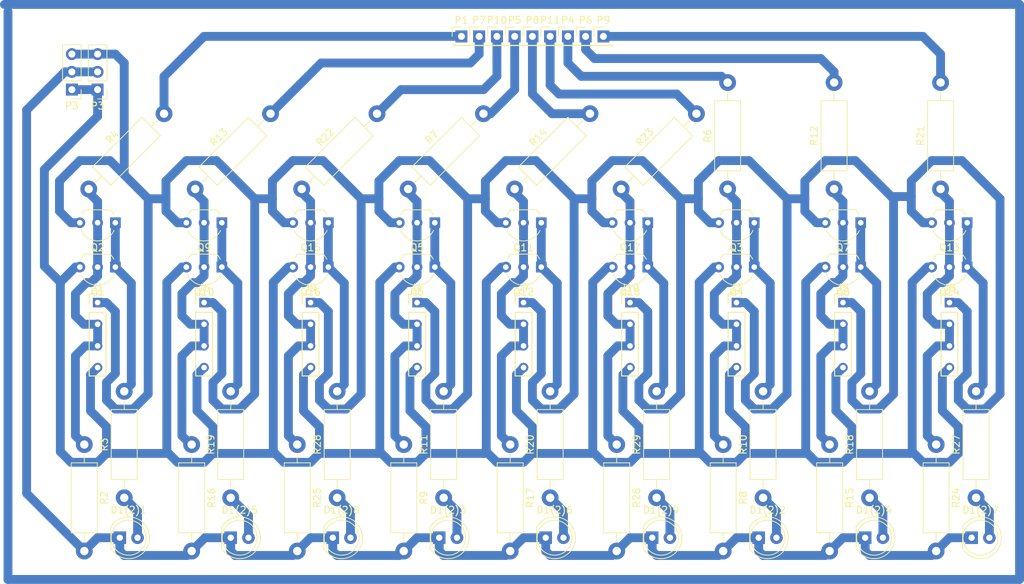
<source format=kicad_pcb>
(kicad_pcb (version 20171130) (host pcbnew 5.0.2+dfsg1-1)
  (layers (0 F.Cu signal) (31 B.Cu signal) (34 B.Paste user) (35 F.Paste user) (36 B.SilkS user) (37 F.SilkS user) (38 B.Mask user) (39 F.Mask user) (44 Edge.Cuts user))
  (net 0 "")
  (net 1 "Net-(D1(2)1-Pad2)")
  (net 2 "Net-(J1-Pad1)")
  (net 3 +5V)
  (net 4 -5V)
  (net 5 "Net-(P1-Pad1)")
  (net 6 "Net-(Q1-Pad1)")
  (net 7 GNDREF)
  (net 8 "Net-(D1(2)2-Pad2)")
  (net 9 "Net-(D1(2)3-Pad2)")
  (net 10 "Net-(D1(2)4-Pad2)")
  (net 11 "Net-(D1(2)5-Pad2)")
  (net 12 "Net-(D1(2)6-Pad2)")
  (net 13 "Net-(D1(2)7-Pad2)")
  (net 14 "Net-(D1(2)8-Pad2)")
  (net 15 "Net-(D1(2)9-Pad2)")
  (net 16 "Net-(J3-Pad1)")
  (net 17 "Net-(J4-Pad1)")
  (net 18 "Net-(J5-Pad1)")
  (net 19 "Net-(J6-Pad1)")
  (net 20 "Net-(J7-Pad1)")
  (net 21 "Net-(J8-Pad1)")
  (net 22 "Net-(J9-Pad1)")
  (net 23 "Net-(J10-Pad1)")
  (net 24 "Net-(P4-Pad1)")
  (net 25 "Net-(P5-Pad1)")
  (net 26 "Net-(P6-Pad1)")
  (net 27 "Net-(P7-Pad1)")
  (net 28 "Net-(P8-Pad1)")
  (net 29 "Net-(P9-Pad1)")
  (net 30 "Net-(P10-Pad1)")
  (net 31 "Net-(P11-Pad1)")
  (net 32 "Net-(Q3-Pad1)")
  (net 33 "Net-(Q5-Pad1)")
  (net 34 "Net-(Q7-Pad1)")
  (net 35 "Net-(Q10-Pad1)")
  (net 36 "Net-(Q11-Pad1)")
  (net 37 "Net-(Q13-Pad1)")
  (net 38 "Net-(Q15-Pad1)")
  (net 39 "Net-(Q17-Pad1)")
  (module Pin_Headers:Pin_Header_Straight_1x03_Pitch2.54mm (layer F.Cu) (at 42.672 55.88 180)
    (fp_text reference P3 (at 0 -2.33 180) (layer F.SilkS))
    (fp_text value CONN_01X03)
    (pad 3 thru_hole oval (at 0 5.08 180) (size 1.7 1.7) (drill 1) (layers *.Cu *.Mask) (net 3 +5V))
    (pad 2 thru_hole oval (at 0 2.54 180) (size 1.7 1.7) (drill 1) (layers *.Cu *.Mask) (net 7 GNDREF))
    (pad 1 thru_hole rect (at 0 0 180) (size 1.7 1.7) (drill 1) (layers *.Cu *.Mask) (net 4 -5V))
  )
  (module Resistors_THT:R_Axial_DIN0411_L9.9mm_D3.6mm_P15.24mm_Horizontal (layer F.Cu) (at 59.817 106.68 270)
    (fp_text reference R16 (at 7.62 -2.86 270) (layer F.SilkS))
    (fp_text value 15k)
    (pad 1 thru_hole circle (at 0 0 270) (size 2.4 2.4) (drill 1.2) (layers *.Cu *.Mask) (net 19 "Net-(J6-Pad1)"))
    (pad 2 thru_hole oval (at 15.24 0 270) (size 2.4 2.4) (drill 1.2) (layers *.Cu *.Mask) (net 7 GNDREF))
  )
  (module Resistors_THT:R_Axial_DIN0411_L9.9mm_D3.6mm_P15.24mm_Horizontal (layer F.Cu) (at 50.165 114.3 90)
    (fp_text reference R3 (at 7.62 -2.86 90) (layer F.SilkS))
    (fp_text value 1k)
    (pad 1 thru_hole circle (at 0 0 90) (size 2.4 2.4) (drill 1.2) (layers *.Cu *.Mask) (net 1 "Net-(D1(2)1-Pad2)"))
    (pad 2 thru_hole oval (at 15.24 0 90) (size 2.4 2.4) (drill 1.2) (layers *.Cu *.Mask) (net 6 "Net-(Q1-Pad1)"))
  )
  (module Resistors_THT:R_Axial_DIN0411_L9.9mm_D3.6mm_P15.24mm_Horizontal (layer F.Cu) (at 44.45 106.68 270)
    (fp_text reference R2 (at 7.62 -2.86 270) (layer F.SilkS))
    (fp_text value 15k)
    (pad 1 thru_hole circle (at 0 0 270) (size 2.4 2.4) (drill 1.2) (layers *.Cu *.Mask) (net 2 "Net-(J1-Pad1)"))
    (pad 2 thru_hole oval (at 15.24 0 270) (size 2.4 2.4) (drill 1.2) (layers *.Cu *.Mask) (net 7 GNDREF))
  )
  (module LEDs:LED_D5.0mm (layer F.Cu) (at 49.53 120.015)
    (fp_text reference "D1(2)1" (at 1.27 -3.96) (layer F.SilkS))
    (fp_text value LED_Dual_2pin)
    (pad 1 thru_hole rect (at 0 0) (size 1.8 1.8) (drill 0.9) (layers *.Cu *.Mask) (net 7 GNDREF))
    (pad 2 thru_hole circle (at 2.54 0) (size 1.8 1.8) (drill 0.9) (layers *.Cu *.Mask) (net 1 "Net-(D1(2)1-Pad2)"))
  )
  (module Pin_Headers:Pin_Header_Straight_1x01_Pitch2.54mm (layer F.Cu) (at 98.425 48.26)
    (fp_text reference P1 (at 0 -2.33) (layer F.SilkS))
    (fp_text value IO)
    (pad 1 thru_hole rect (at 0 0) (size 1.7 1.7) (drill 1) (layers *.Cu *.Mask) (net 5 "Net-(P1-Pad1)"))
  )
  (module Pin_Headers:Pin_Header_Straight_1x03_Pitch2.54mm (layer F.Cu) (at 46.355 55.88 180)
    (fp_text reference P3 (at 0 -2.33 180) (layer F.SilkS))
    (fp_text value CONN_01X03)
    (pad 1 thru_hole rect (at 0 0 180) (size 1.7 1.7) (drill 1) (layers *.Cu *.Mask) (net 4 -5V))
    (pad 2 thru_hole oval (at 0 2.54 180) (size 1.7 1.7) (drill 1) (layers *.Cu *.Mask) (net 7 GNDREF))
    (pad 3 thru_hole oval (at 0 5.08 180) (size 1.7 1.7) (drill 1) (layers *.Cu *.Mask) (net 3 +5V))
  )
  (module Resistors_THT:R_Axial_DIN0411_L9.9mm_D3.6mm_P15.24mm_Horizontal (layer F.Cu) (at 45.085 70.104 45)
    (fp_text reference R4 (at 7.62 -2.86 45) (layer F.SilkS))
    (fp_text value 150)
    (pad 1 thru_hole circle (at 0 0 45) (size 2.4 2.4) (drill 1.2) (layers *.Cu *.Mask) (net 2 "Net-(J1-Pad1)"))
    (pad 2 thru_hole oval (at 15.24 0 45) (size 2.4 2.4) (drill 1.2) (layers *.Cu *.Mask) (net 5 "Net-(P1-Pad1)"))
  )
  (module trimuxIO:Pin_Header_Straight_1x04_Pitch3.10mm (layer F.Cu) (at 46.355 86.36)
    (fp_text reference J1 (at 0 -2.12) (layer F.SilkS))
    (fp_text value SP3T)
    (pad 2 thru_hole rect (at 0 0) (size 1.35 1.35) (drill 0.8) (layers *.Cu *.Mask) (net 3 +5V))
    (pad 1 thru_hole oval (at 0 3.1 45) (size 1.35 1.35) (drill 0.8) (layers *.Cu *.Mask) (net 2 "Net-(J1-Pad1)"))
    (pad 3 thru_hole oval (at 0 6.2) (size 1.35 1.35) (drill 0.8) (layers *.Cu *.Mask) (net 2 "Net-(J1-Pad1)"))
    (pad 4 thru_hole oval (at 0 9.3) (size 1.35 1.35) (drill 0.8) (layers *.Cu *.Mask) (net 4 -5V))
  )
  (module TO_SOT_Packages_THT:TO-92_Inline_Wide (layer F.Cu) (at 48.895 81.28 180)
    (fp_text reference Q1 (at 2.54 -3.56) (layer F.SilkS))
    (fp_text value 2n3906)
    (pad 2 thru_hole circle (at 2.54 0 270) (size 1.52 1.52) (drill 0.8) (layers *.Cu *.Mask) (net 2 "Net-(J1-Pad1)"))
    (pad 3 thru_hole circle (at 5.08 0 270) (size 1.52 1.52) (drill 0.8) (layers *.Cu *.Mask) (net 4 -5V))
    (pad 1 thru_hole rect (at 0 0 270) (size 1.52 1.52) (drill 0.8) (layers *.Cu *.Mask) (net 6 "Net-(Q1-Pad1)"))
  )
  (module TO_SOT_Packages_THT:TO-92_Inline_Wide (layer F.Cu) (at 48.895 74.93 180)
    (fp_text reference Q2 (at 2.54 -3.56) (layer F.SilkS))
    (fp_text value 2n3904)
    (pad 2 thru_hole circle (at 2.54 0 270) (size 1.52 1.52) (drill 0.8) (layers *.Cu *.Mask) (net 2 "Net-(J1-Pad1)"))
    (pad 3 thru_hole circle (at 5.08 0 270) (size 1.52 1.52) (drill 0.8) (layers *.Cu *.Mask) (net 3 +5V))
    (pad 1 thru_hole rect (at 0 0 270) (size 1.52 1.52) (drill 0.8) (layers *.Cu *.Mask) (net 6 "Net-(Q1-Pad1)"))
  )
  (module LEDs:LED_D5.0mm (layer F.Cu) (at 140.97 120.015)
    (fp_text reference "D1(2)2" (at 1.27 -3.96) (layer F.SilkS))
    (fp_text value LED_Dual_2pin)
    (pad 1 thru_hole rect (at 0 0) (size 1.8 1.8) (drill 0.9) (layers *.Cu *.Mask) (net 7 GNDREF))
    (pad 2 thru_hole circle (at 2.54 0) (size 1.8 1.8) (drill 0.9) (layers *.Cu *.Mask) (net 8 "Net-(D1(2)2-Pad2)"))
  )
  (module LEDs:LED_D5.0mm (layer F.Cu) (at 95.25 120.015)
    (fp_text reference "D1(2)3" (at 1.27 -3.96) (layer F.SilkS))
    (fp_text value LED_Dual_2pin)
    (pad 1 thru_hole rect (at 0 0) (size 1.8 1.8) (drill 0.9) (layers *.Cu *.Mask) (net 7 GNDREF))
    (pad 2 thru_hole circle (at 2.54 0) (size 1.8 1.8) (drill 0.9) (layers *.Cu *.Mask) (net 9 "Net-(D1(2)3-Pad2)"))
  )
  (module LEDs:LED_D5.0mm (layer F.Cu) (at 156.21 120.015)
    (fp_text reference "D1(2)4" (at 1.27 -3.96) (layer F.SilkS))
    (fp_text value LED_Dual_2pin)
    (pad 1 thru_hole rect (at 0 0) (size 1.8 1.8) (drill 0.9) (layers *.Cu *.Mask) (net 7 GNDREF))
    (pad 2 thru_hole circle (at 2.54 0) (size 1.8 1.8) (drill 0.9) (layers *.Cu *.Mask) (net 10 "Net-(D1(2)4-Pad2)"))
  )
  (module LEDs:LED_D5.0mm (layer F.Cu) (at 65.405 120.015)
    (fp_text reference "D1(2)5" (at 1.27 -3.96) (layer F.SilkS))
    (fp_text value LED_Dual_2pin)
    (pad 1 thru_hole rect (at 0 0) (size 1.8 1.8) (drill 0.9) (layers *.Cu *.Mask) (net 7 GNDREF))
    (pad 2 thru_hole circle (at 2.54 0) (size 1.8 1.8) (drill 0.9) (layers *.Cu *.Mask) (net 11 "Net-(D1(2)5-Pad2)"))
  )
  (module LEDs:LED_D5.0mm (layer F.Cu) (at 110.49 120.015)
    (fp_text reference "D1(2)6" (at 1.27 -3.96) (layer F.SilkS))
    (fp_text value LED_Dual_2pin)
    (pad 1 thru_hole rect (at 0 0) (size 1.8 1.8) (drill 0.9) (layers *.Cu *.Mask) (net 7 GNDREF))
    (pad 2 thru_hole circle (at 2.54 0) (size 1.8 1.8) (drill 0.9) (layers *.Cu *.Mask) (net 12 "Net-(D1(2)6-Pad2)"))
  )
  (module LEDs:LED_D5.0mm (layer F.Cu) (at 171.45 120.015)
    (fp_text reference "D1(2)7" (at 1.27 -3.96) (layer F.SilkS))
    (fp_text value LED_Dual_2pin)
    (pad 1 thru_hole rect (at 0 0) (size 1.8 1.8) (drill 0.9) (layers *.Cu *.Mask) (net 7 GNDREF))
    (pad 2 thru_hole circle (at 2.54 0) (size 1.8 1.8) (drill 0.9) (layers *.Cu *.Mask) (net 13 "Net-(D1(2)7-Pad2)"))
  )
  (module LEDs:LED_D5.0mm (layer F.Cu) (at 80.01 120.015)
    (fp_text reference "D1(2)8" (at 1.27 -3.96) (layer F.SilkS))
    (fp_text value LED_Dual_2pin)
    (pad 1 thru_hole rect (at 0 0) (size 1.8 1.8) (drill 0.9) (layers *.Cu *.Mask) (net 7 GNDREF))
    (pad 2 thru_hole circle (at 2.54 0) (size 1.8 1.8) (drill 0.9) (layers *.Cu *.Mask) (net 14 "Net-(D1(2)8-Pad2)"))
  )
  (module LEDs:LED_D5.0mm (layer F.Cu) (at 125.73 120.015)
    (fp_text reference "D1(2)9" (at 1.27 -3.96) (layer F.SilkS))
    (fp_text value LED_Dual_2pin)
    (pad 1 thru_hole rect (at 0 0) (size 1.8 1.8) (drill 0.9) (layers *.Cu *.Mask) (net 7 GNDREF))
    (pad 2 thru_hole circle (at 2.54 0) (size 1.8 1.8) (drill 0.9) (layers *.Cu *.Mask) (net 15 "Net-(D1(2)9-Pad2)"))
  )
  (module trimuxIO:Pin_Header_Straight_1x04_Pitch3.10mm (layer F.Cu) (at 137.795 86.36)
    (fp_text reference J3 (at 0 -2.12) (layer F.SilkS))
    (fp_text value SP3T)
    (pad 2 thru_hole rect (at 0 0) (size 1.35 1.35) (drill 0.8) (layers *.Cu *.Mask) (net 3 +5V))
    (pad 1 thru_hole oval (at 0 3.1) (size 1.35 1.35) (drill 0.8) (layers *.Cu *.Mask) (net 16 "Net-(J3-Pad1)"))
    (pad 3 thru_hole oval (at 0 6.2) (size 1.35 1.35) (drill 0.8) (layers *.Cu *.Mask) (net 16 "Net-(J3-Pad1)"))
    (pad 4 thru_hole oval (at 0 9.3) (size 1.35 1.35) (drill 0.8) (layers *.Cu *.Mask) (net 4 -5V))
  )
  (module trimuxIO:Pin_Header_Straight_1x04_Pitch3.10mm (layer F.Cu) (at 92.075 86.36)
    (fp_text reference J4 (at 0 -2.12) (layer F.SilkS))
    (fp_text value SP3T)
    (pad 2 thru_hole rect (at 0 0) (size 1.35 1.35) (drill 0.8) (layers *.Cu *.Mask) (net 3 +5V))
    (pad 1 thru_hole oval (at 0 3.1) (size 1.35 1.35) (drill 0.8) (layers *.Cu *.Mask) (net 17 "Net-(J4-Pad1)"))
    (pad 3 thru_hole oval (at 0 6.2) (size 1.35 1.35) (drill 0.8) (layers *.Cu *.Mask) (net 17 "Net-(J4-Pad1)"))
    (pad 4 thru_hole oval (at 0 9.3) (size 1.35 1.35) (drill 0.8) (layers *.Cu *.Mask) (net 4 -5V))
  )
  (module trimuxIO:Pin_Header_Straight_1x04_Pitch3.10mm (layer F.Cu) (at 153.035 86.36)
    (fp_text reference J5 (at 0 -2.12) (layer F.SilkS))
    (fp_text value SP3T)
    (pad 2 thru_hole rect (at 0 0) (size 1.35 1.35) (drill 0.8) (layers *.Cu *.Mask) (net 3 +5V))
    (pad 1 thru_hole oval (at 0 3.1) (size 1.35 1.35) (drill 0.8) (layers *.Cu *.Mask) (net 18 "Net-(J5-Pad1)"))
    (pad 3 thru_hole oval (at 0 6.2) (size 1.35 1.35) (drill 0.8) (layers *.Cu *.Mask) (net 18 "Net-(J5-Pad1)"))
    (pad 4 thru_hole oval (at 0 9.3) (size 1.35 1.35) (drill 0.8) (layers *.Cu *.Mask) (net 4 -5V))
  )
  (module trimuxIO:Pin_Header_Straight_1x04_Pitch3.10mm (layer F.Cu) (at 61.595 86.36)
    (fp_text reference J6 (at 0 -2.12) (layer F.SilkS))
    (fp_text value SP3T)
    (pad 2 thru_hole rect (at 0 0) (size 1.35 1.35) (drill 0.8) (layers *.Cu *.Mask) (net 3 +5V))
    (pad 1 thru_hole oval (at 0 3.1) (size 1.35 1.35) (drill 0.8) (layers *.Cu *.Mask) (net 19 "Net-(J6-Pad1)"))
    (pad 3 thru_hole oval (at 0 6.2) (size 1.35 1.35) (drill 0.8) (layers *.Cu *.Mask) (net 19 "Net-(J6-Pad1)"))
    (pad 4 thru_hole oval (at 0 9.3) (size 1.35 1.35) (drill 0.8) (layers *.Cu *.Mask) (net 4 -5V))
  )
  (module trimuxIO:Pin_Header_Straight_1x04_Pitch3.10mm (layer F.Cu) (at 107.315 86.36)
    (fp_text reference J7 (at 0 -2.12) (layer F.SilkS))
    (fp_text value SP3T)
    (pad 2 thru_hole rect (at 0 0) (size 1.35 1.35) (drill 0.8) (layers *.Cu *.Mask) (net 3 +5V))
    (pad 1 thru_hole oval (at 0 3.1) (size 1.35 1.35) (drill 0.8) (layers *.Cu *.Mask) (net 20 "Net-(J7-Pad1)"))
    (pad 3 thru_hole oval (at 0 6.2) (size 1.35 1.35) (drill 0.8) (layers *.Cu *.Mask) (net 20 "Net-(J7-Pad1)"))
    (pad 4 thru_hole oval (at 0 9.3) (size 1.35 1.35) (drill 0.8) (layers *.Cu *.Mask) (net 4 -5V))
  )
  (module trimuxIO:Pin_Header_Straight_1x04_Pitch3.10mm (layer F.Cu) (at 168.275 86.36)
    (fp_text reference J8 (at 0 -2.12) (layer F.SilkS))
    (fp_text value SP3T)
    (pad 2 thru_hole rect (at 0 0) (size 1.35 1.35) (drill 0.8) (layers *.Cu *.Mask) (net 3 +5V))
    (pad 1 thru_hole oval (at 0 3.1) (size 1.35 1.35) (drill 0.8) (layers *.Cu *.Mask) (net 21 "Net-(J8-Pad1)"))
    (pad 3 thru_hole oval (at 0 6.2) (size 1.35 1.35) (drill 0.8) (layers *.Cu *.Mask) (net 21 "Net-(J8-Pad1)"))
    (pad 4 thru_hole oval (at 0 9.3) (size 1.35 1.35) (drill 0.8) (layers *.Cu *.Mask) (net 4 -5V))
  )
  (module trimuxIO:Pin_Header_Straight_1x04_Pitch3.10mm (layer F.Cu) (at 76.835 86.36)
    (fp_text reference J9 (at 0 -2.12) (layer F.SilkS))
    (fp_text value SP3T)
    (pad 2 thru_hole rect (at 0 0) (size 1.35 1.35) (drill 0.8) (layers *.Cu *.Mask) (net 3 +5V))
    (pad 1 thru_hole oval (at 0 3.1) (size 1.35 1.35) (drill 0.8) (layers *.Cu *.Mask) (net 22 "Net-(J9-Pad1)"))
    (pad 3 thru_hole oval (at 0 6.2) (size 1.35 1.35) (drill 0.8) (layers *.Cu *.Mask) (net 22 "Net-(J9-Pad1)"))
    (pad 4 thru_hole oval (at 0 9.3) (size 1.35 1.35) (drill 0.8) (layers *.Cu *.Mask) (net 4 -5V))
  )
  (module trimuxIO:Pin_Header_Straight_1x04_Pitch3.10mm (layer F.Cu) (at 122.555 86.36)
    (fp_text reference J10 (at 0 -2.12) (layer F.SilkS))
    (fp_text value SP3T)
    (pad 2 thru_hole rect (at 0 0) (size 1.35 1.35) (drill 0.8) (layers *.Cu *.Mask) (net 3 +5V))
    (pad 1 thru_hole oval (at 0 3.1) (size 1.35 1.35) (drill 0.8) (layers *.Cu *.Mask) (net 23 "Net-(J10-Pad1)"))
    (pad 3 thru_hole oval (at 0 6.2) (size 1.35 1.35) (drill 0.8) (layers *.Cu *.Mask) (net 23 "Net-(J10-Pad1)"))
    (pad 4 thru_hole oval (at 0 9.3) (size 1.35 1.35) (drill 0.8) (layers *.Cu *.Mask) (net 4 -5V))
  )
  (module Pin_Headers:Pin_Header_Straight_1x01_Pitch2.54mm (layer F.Cu) (at 113.665 48.26)
    (fp_text reference P4 (at 0 -2.33) (layer F.SilkS))
    (fp_text value IO)
    (pad 1 thru_hole rect (at 0 0) (size 1.7 1.7) (drill 1) (layers *.Cu *.Mask) (net 24 "Net-(P4-Pad1)"))
  )
  (module Pin_Headers:Pin_Header_Straight_1x01_Pitch2.54mm (layer F.Cu) (at 106.045 48.26)
    (fp_text reference P5 (at 0 -2.33) (layer F.SilkS))
    (fp_text value IO)
    (pad 1 thru_hole rect (at 0 0) (size 1.7 1.7) (drill 1) (layers *.Cu *.Mask) (net 25 "Net-(P5-Pad1)"))
  )
  (module Pin_Headers:Pin_Header_Straight_1x01_Pitch2.54mm (layer F.Cu) (at 116.205 48.26)
    (fp_text reference P6 (at 0 -2.33) (layer F.SilkS))
    (fp_text value IO)
    (pad 1 thru_hole rect (at 0 0) (size 1.7 1.7) (drill 1) (layers *.Cu *.Mask) (net 26 "Net-(P6-Pad1)"))
  )
  (module Pin_Headers:Pin_Header_Straight_1x01_Pitch2.54mm (layer F.Cu) (at 100.965 48.26)
    (fp_text reference P7 (at 0 -2.33) (layer F.SilkS))
    (fp_text value IO)
    (pad 1 thru_hole rect (at 0 0) (size 1.7 1.7) (drill 1) (layers *.Cu *.Mask) (net 27 "Net-(P7-Pad1)"))
  )
  (module Pin_Headers:Pin_Header_Straight_1x01_Pitch2.54mm (layer F.Cu) (at 108.585 48.26)
    (fp_text reference P8 (at 0 -2.33) (layer F.SilkS))
    (fp_text value IO)
    (pad 1 thru_hole rect (at 0 0) (size 1.7 1.7) (drill 1) (layers *.Cu *.Mask) (net 28 "Net-(P8-Pad1)"))
  )
  (module Pin_Headers:Pin_Header_Straight_1x01_Pitch2.54mm (layer F.Cu) (at 118.745 48.26)
    (fp_text reference P9 (at 0 -2.33) (layer F.SilkS))
    (fp_text value IO)
    (pad 1 thru_hole rect (at 0 0) (size 1.7 1.7) (drill 1) (layers *.Cu *.Mask) (net 29 "Net-(P9-Pad1)"))
  )
  (module Pin_Headers:Pin_Header_Straight_1x01_Pitch2.54mm (layer F.Cu) (at 103.505 48.26)
    (fp_text reference P10 (at 0 -2.33) (layer F.SilkS))
    (fp_text value IO)
    (pad 1 thru_hole rect (at 0 0) (size 1.7 1.7) (drill 1) (layers *.Cu *.Mask) (net 30 "Net-(P10-Pad1)"))
  )
  (module Pin_Headers:Pin_Header_Straight_1x01_Pitch2.54mm (layer F.Cu) (at 111.125 48.26)
    (fp_text reference P11 (at 0 -2.33) (layer F.SilkS))
    (fp_text value IO)
    (pad 1 thru_hole rect (at 0 0) (size 1.7 1.7) (drill 1) (layers *.Cu *.Mask) (net 31 "Net-(P11-Pad1)"))
  )
  (module TO_SOT_Packages_THT:TO-92_Inline_Wide (layer F.Cu) (at 140.335 74.93 180)
    (fp_text reference Q3 (at 2.54 -3.56) (layer F.SilkS))
    (fp_text value 2n3904)
    (pad 2 thru_hole circle (at 2.54 0 270) (size 1.52 1.52) (drill 0.8) (layers *.Cu *.Mask) (net 16 "Net-(J3-Pad1)"))
    (pad 3 thru_hole circle (at 5.08 0 270) (size 1.52 1.52) (drill 0.8) (layers *.Cu *.Mask) (net 3 +5V))
    (pad 1 thru_hole rect (at 0 0 270) (size 1.52 1.52) (drill 0.8) (layers *.Cu *.Mask) (net 32 "Net-(Q3-Pad1)"))
  )
  (module TO_SOT_Packages_THT:TO-92_Inline_Wide (layer F.Cu) (at 140.335 81.28 180)
    (fp_text reference Q4 (at 2.54 -3.56) (layer F.SilkS))
    (fp_text value 2n3906)
    (pad 2 thru_hole circle (at 2.54 0 270) (size 1.52 1.52) (drill 0.8) (layers *.Cu *.Mask) (net 16 "Net-(J3-Pad1)"))
    (pad 3 thru_hole circle (at 5.08 0 270) (size 1.52 1.52) (drill 0.8) (layers *.Cu *.Mask) (net 4 -5V))
    (pad 1 thru_hole rect (at 0 0 270) (size 1.52 1.52) (drill 0.8) (layers *.Cu *.Mask) (net 32 "Net-(Q3-Pad1)"))
  )
  (module TO_SOT_Packages_THT:TO-92_Inline_Wide (layer F.Cu) (at 94.615 74.93 180)
    (fp_text reference Q5 (at 2.54 -3.56) (layer F.SilkS))
    (fp_text value 2n3904)
    (pad 2 thru_hole circle (at 2.54 0 270) (size 1.52 1.52) (drill 0.8) (layers *.Cu *.Mask) (net 17 "Net-(J4-Pad1)"))
    (pad 3 thru_hole circle (at 5.08 0 270) (size 1.52 1.52) (drill 0.8) (layers *.Cu *.Mask) (net 3 +5V))
    (pad 1 thru_hole rect (at 0 0 270) (size 1.52 1.52) (drill 0.8) (layers *.Cu *.Mask) (net 33 "Net-(Q5-Pad1)"))
  )
  (module TO_SOT_Packages_THT:TO-92_Inline_Wide (layer F.Cu) (at 94.615 81.28 180)
    (fp_text reference Q6 (at 2.54 -3.56) (layer F.SilkS))
    (fp_text value 2n3906)
    (pad 2 thru_hole circle (at 2.54 0 270) (size 1.52 1.52) (drill 0.8) (layers *.Cu *.Mask) (net 17 "Net-(J4-Pad1)"))
    (pad 3 thru_hole circle (at 5.08 0 270) (size 1.52 1.52) (drill 0.8) (layers *.Cu *.Mask) (net 4 -5V))
    (pad 1 thru_hole rect (at 0 0 270) (size 1.52 1.52) (drill 0.8) (layers *.Cu *.Mask) (net 33 "Net-(Q5-Pad1)"))
  )
  (module TO_SOT_Packages_THT:TO-92_Inline_Wide (layer F.Cu) (at 155.575 74.93 180)
    (fp_text reference Q7 (at 2.54 -3.56) (layer F.SilkS))
    (fp_text value 2n3904)
    (pad 2 thru_hole circle (at 2.54 0 270) (size 1.52 1.52) (drill 0.8) (layers *.Cu *.Mask) (net 18 "Net-(J5-Pad1)"))
    (pad 3 thru_hole circle (at 5.08 0 270) (size 1.52 1.52) (drill 0.8) (layers *.Cu *.Mask) (net 3 +5V))
    (pad 1 thru_hole rect (at 0 0 270) (size 1.52 1.52) (drill 0.8) (layers *.Cu *.Mask) (net 34 "Net-(Q7-Pad1)"))
  )
  (module TO_SOT_Packages_THT:TO-92_Inline_Wide (layer F.Cu) (at 155.575 81.28 180)
    (fp_text reference Q8 (at 2.54 -3.56) (layer F.SilkS))
    (fp_text value 2n3906)
    (pad 2 thru_hole circle (at 2.54 0 270) (size 1.52 1.52) (drill 0.8) (layers *.Cu *.Mask) (net 18 "Net-(J5-Pad1)"))
    (pad 3 thru_hole circle (at 5.08 0 270) (size 1.52 1.52) (drill 0.8) (layers *.Cu *.Mask) (net 4 -5V))
    (pad 1 thru_hole rect (at 0 0 270) (size 1.52 1.52) (drill 0.8) (layers *.Cu *.Mask) (net 34 "Net-(Q7-Pad1)"))
  )
  (module TO_SOT_Packages_THT:TO-92_Inline_Wide (layer F.Cu) (at 64.135 74.93 180)
    (fp_text reference Q9 (at 2.54 -3.56) (layer F.SilkS))
    (fp_text value 2n3904)
    (pad 2 thru_hole circle (at 2.54 0 270) (size 1.52 1.52) (drill 0.8) (layers *.Cu *.Mask) (net 19 "Net-(J6-Pad1)"))
    (pad 3 thru_hole circle (at 5.08 0 270) (size 1.52 1.52) (drill 0.8) (layers *.Cu *.Mask) (net 3 +5V))
    (pad 1 thru_hole rect (at 0 0 270) (size 1.52 1.52) (drill 0.8) (layers *.Cu *.Mask) (net 35 "Net-(Q10-Pad1)"))
  )
  (module TO_SOT_Packages_THT:TO-92_Inline_Wide (layer F.Cu) (at 64.135 81.28 180)
    (fp_text reference Q10 (at 2.54 -3.56) (layer F.SilkS))
    (fp_text value 2n3906)
    (pad 2 thru_hole circle (at 2.54 0 270) (size 1.52 1.52) (drill 0.8) (layers *.Cu *.Mask) (net 19 "Net-(J6-Pad1)"))
    (pad 3 thru_hole circle (at 5.08 0 270) (size 1.52 1.52) (drill 0.8) (layers *.Cu *.Mask) (net 4 -5V))
    (pad 1 thru_hole rect (at 0 0 270) (size 1.52 1.52) (drill 0.8) (layers *.Cu *.Mask) (net 35 "Net-(Q10-Pad1)"))
  )
  (module TO_SOT_Packages_THT:TO-92_Inline_Wide (layer F.Cu) (at 109.855 74.93 180)
    (fp_text reference Q11 (at 2.54 -3.56) (layer F.SilkS))
    (fp_text value 2n3904)
    (pad 2 thru_hole circle (at 2.54 0 270) (size 1.52 1.52) (drill 0.8) (layers *.Cu *.Mask) (net 20 "Net-(J7-Pad1)"))
    (pad 3 thru_hole circle (at 5.08 0 270) (size 1.52 1.52) (drill 0.8) (layers *.Cu *.Mask) (net 3 +5V))
    (pad 1 thru_hole rect (at 0 0 270) (size 1.52 1.52) (drill 0.8) (layers *.Cu *.Mask) (net 36 "Net-(Q11-Pad1)"))
  )
  (module TO_SOT_Packages_THT:TO-92_Inline_Wide (layer F.Cu) (at 109.855 81.28 180)
    (fp_text reference Q12 (at 2.54 -3.56) (layer F.SilkS))
    (fp_text value 2n3906)
    (pad 2 thru_hole circle (at 2.54 0 270) (size 1.52 1.52) (drill 0.8) (layers *.Cu *.Mask) (net 20 "Net-(J7-Pad1)"))
    (pad 3 thru_hole circle (at 5.08 0 270) (size 1.52 1.52) (drill 0.8) (layers *.Cu *.Mask) (net 4 -5V))
    (pad 1 thru_hole rect (at 0 0 270) (size 1.52 1.52) (drill 0.8) (layers *.Cu *.Mask) (net 36 "Net-(Q11-Pad1)"))
  )
  (module TO_SOT_Packages_THT:TO-92_Inline_Wide (layer F.Cu) (at 170.815 74.93 180)
    (fp_text reference Q13 (at 2.54 -3.56) (layer F.SilkS))
    (fp_text value 2n3904)
    (pad 2 thru_hole circle (at 2.54 0 270) (size 1.52 1.52) (drill 0.8) (layers *.Cu *.Mask) (net 21 "Net-(J8-Pad1)"))
    (pad 3 thru_hole circle (at 5.08 0 270) (size 1.52 1.52) (drill 0.8) (layers *.Cu *.Mask) (net 3 +5V))
    (pad 1 thru_hole rect (at 0 0 270) (size 1.52 1.52) (drill 0.8) (layers *.Cu *.Mask) (net 37 "Net-(Q13-Pad1)"))
  )
  (module TO_SOT_Packages_THT:TO-92_Inline_Wide (layer F.Cu) (at 170.815 81.28 180)
    (fp_text reference Q14 (at 2.54 -3.56) (layer F.SilkS))
    (fp_text value 2n3906)
    (pad 2 thru_hole circle (at 2.54 0 270) (size 1.52 1.52) (drill 0.8) (layers *.Cu *.Mask) (net 21 "Net-(J8-Pad1)"))
    (pad 3 thru_hole circle (at 5.08 0 270) (size 1.52 1.52) (drill 0.8) (layers *.Cu *.Mask) (net 4 -5V))
    (pad 1 thru_hole rect (at 0 0 270) (size 1.52 1.52) (drill 0.8) (layers *.Cu *.Mask) (net 37 "Net-(Q13-Pad1)"))
  )
  (module TO_SOT_Packages_THT:TO-92_Inline_Wide (layer F.Cu) (at 79.375 74.93 180)
    (fp_text reference Q15 (at 2.54 -3.56) (layer F.SilkS))
    (fp_text value 2n3904)
    (pad 2 thru_hole circle (at 2.54 0 270) (size 1.52 1.52) (drill 0.8) (layers *.Cu *.Mask) (net 22 "Net-(J9-Pad1)"))
    (pad 3 thru_hole circle (at 5.08 0 270) (size 1.52 1.52) (drill 0.8) (layers *.Cu *.Mask) (net 3 +5V))
    (pad 1 thru_hole rect (at 0 0 270) (size 1.52 1.52) (drill 0.8) (layers *.Cu *.Mask) (net 38 "Net-(Q15-Pad1)"))
  )
  (module TO_SOT_Packages_THT:TO-92_Inline_Wide (layer F.Cu) (at 79.375 81.28 180)
    (fp_text reference Q16 (at 2.54 -3.56) (layer F.SilkS))
    (fp_text value 2n3906)
    (pad 2 thru_hole circle (at 2.54 0 270) (size 1.52 1.52) (drill 0.8) (layers *.Cu *.Mask) (net 22 "Net-(J9-Pad1)"))
    (pad 3 thru_hole circle (at 5.08 0 270) (size 1.52 1.52) (drill 0.8) (layers *.Cu *.Mask) (net 4 -5V))
    (pad 1 thru_hole rect (at 0 0 270) (size 1.52 1.52) (drill 0.8) (layers *.Cu *.Mask) (net 38 "Net-(Q15-Pad1)"))
  )
  (module TO_SOT_Packages_THT:TO-92_Inline_Wide (layer F.Cu) (at 125.095 74.93 180)
    (fp_text reference Q17 (at 2.54 -3.56) (layer F.SilkS))
    (fp_text value 2n3904)
    (pad 2 thru_hole circle (at 2.54 0 270) (size 1.52 1.52) (drill 0.8) (layers *.Cu *.Mask) (net 23 "Net-(J10-Pad1)"))
    (pad 3 thru_hole circle (at 5.08 0 270) (size 1.52 1.52) (drill 0.8) (layers *.Cu *.Mask) (net 3 +5V))
    (pad 1 thru_hole rect (at 0 0 270) (size 1.52 1.52) (drill 0.8) (layers *.Cu *.Mask) (net 39 "Net-(Q17-Pad1)"))
  )
  (module TO_SOT_Packages_THT:TO-92_Inline_Wide (layer F.Cu) (at 125.095 81.28 180)
    (fp_text reference Q18 (at 2.54 -3.56) (layer F.SilkS))
    (fp_text value 2n3906)
    (pad 2 thru_hole circle (at 2.54 0 270) (size 1.52 1.52) (drill 0.8) (layers *.Cu *.Mask) (net 23 "Net-(J10-Pad1)"))
    (pad 3 thru_hole circle (at 5.08 0 270) (size 1.52 1.52) (drill 0.8) (layers *.Cu *.Mask) (net 4 -5V))
    (pad 1 thru_hole rect (at 0 0 270) (size 1.52 1.52) (drill 0.8) (layers *.Cu *.Mask) (net 39 "Net-(Q17-Pad1)"))
  )
  (module Resistors_THT:R_Axial_DIN0411_L9.9mm_D3.6mm_P15.24mm_Horizontal (layer F.Cu) (at 136.525 70.104 90)
    (fp_text reference R6 (at 7.62 -2.86 90) (layer F.SilkS))
    (fp_text value 150)
    (pad 1 thru_hole circle (at 0 0 90) (size 2.4 2.4) (drill 1.2) (layers *.Cu *.Mask) (net 16 "Net-(J3-Pad1)"))
    (pad 2 thru_hole oval (at 15.24 0 90) (size 2.4 2.4) (drill 1.2) (layers *.Cu *.Mask) (net 24 "Net-(P4-Pad1)"))
  )
  (module Resistors_THT:R_Axial_DIN0411_L9.9mm_D3.6mm_P15.24mm_Horizontal (layer F.Cu) (at 90.805 70.104 45)
    (fp_text reference R7 (at 7.62 -2.86 45) (layer F.SilkS))
    (fp_text value 150)
    (pad 1 thru_hole circle (at 0 0 45) (size 2.4 2.4) (drill 1.2) (layers *.Cu *.Mask) (net 17 "Net-(J4-Pad1)"))
    (pad 2 thru_hole oval (at 15.24 0 45) (size 2.4 2.4) (drill 1.2) (layers *.Cu *.Mask) (net 25 "Net-(P5-Pad1)"))
  )
  (module Resistors_THT:R_Axial_DIN0411_L9.9mm_D3.6mm_P15.24mm_Horizontal (layer F.Cu) (at 135.89 106.68 270)
    (fp_text reference R8 (at 7.62 -2.86 270) (layer F.SilkS))
    (fp_text value 15k)
    (pad 1 thru_hole circle (at 0 0 270) (size 2.4 2.4) (drill 1.2) (layers *.Cu *.Mask) (net 16 "Net-(J3-Pad1)"))
    (pad 2 thru_hole oval (at 15.24 0 270) (size 2.4 2.4) (drill 1.2) (layers *.Cu *.Mask) (net 7 GNDREF))
  )
  (module Resistors_THT:R_Axial_DIN0411_L9.9mm_D3.6mm_P15.24mm_Horizontal (layer F.Cu) (at 90.17 106.68 270)
    (fp_text reference R9 (at 7.62 -2.86 270) (layer F.SilkS))
    (fp_text value 15k)
    (pad 1 thru_hole circle (at 0 0 270) (size 2.4 2.4) (drill 1.2) (layers *.Cu *.Mask) (net 17 "Net-(J4-Pad1)"))
    (pad 2 thru_hole oval (at 15.24 0 270) (size 2.4 2.4) (drill 1.2) (layers *.Cu *.Mask) (net 7 GNDREF))
  )
  (module Resistors_THT:R_Axial_DIN0411_L9.9mm_D3.6mm_P15.24mm_Horizontal (layer F.Cu) (at 141.605 114.3 90)
    (fp_text reference R10 (at 7.62 -2.86 90) (layer F.SilkS))
    (fp_text value 1k)
    (pad 1 thru_hole circle (at 0 0 90) (size 2.4 2.4) (drill 1.2) (layers *.Cu *.Mask) (net 8 "Net-(D1(2)2-Pad2)"))
    (pad 2 thru_hole oval (at 15.24 0 90) (size 2.4 2.4) (drill 1.2) (layers *.Cu *.Mask) (net 32 "Net-(Q3-Pad1)"))
  )
  (module Resistors_THT:R_Axial_DIN0411_L9.9mm_D3.6mm_P15.24mm_Horizontal (layer F.Cu) (at 95.885 114.3 90)
    (fp_text reference R11 (at 7.62 -2.86 90) (layer F.SilkS))
    (fp_text value 1k)
    (pad 1 thru_hole circle (at 0 0 90) (size 2.4 2.4) (drill 1.2) (layers *.Cu *.Mask) (net 9 "Net-(D1(2)3-Pad2)"))
    (pad 2 thru_hole oval (at 15.24 0 90) (size 2.4 2.4) (drill 1.2) (layers *.Cu *.Mask) (net 33 "Net-(Q5-Pad1)"))
  )
  (module Resistors_THT:R_Axial_DIN0411_L9.9mm_D3.6mm_P15.24mm_Horizontal (layer F.Cu) (at 151.765 70.104 90)
    (fp_text reference R12 (at 7.62 -2.86 90) (layer F.SilkS))
    (fp_text value 150)
    (pad 1 thru_hole circle (at 0 0 90) (size 2.4 2.4) (drill 1.2) (layers *.Cu *.Mask) (net 18 "Net-(J5-Pad1)"))
    (pad 2 thru_hole oval (at 15.24 0 90) (size 2.4 2.4) (drill 1.2) (layers *.Cu *.Mask) (net 26 "Net-(P6-Pad1)"))
  )
  (module Resistors_THT:R_Axial_DIN0411_L9.9mm_D3.6mm_P15.24mm_Horizontal (layer F.Cu) (at 60.325 70.104 45)
    (fp_text reference R13 (at 7.62 -2.86 45) (layer F.SilkS))
    (fp_text value 150)
    (pad 1 thru_hole circle (at 0 0 45) (size 2.4 2.4) (drill 1.2) (layers *.Cu *.Mask) (net 19 "Net-(J6-Pad1)"))
    (pad 2 thru_hole oval (at 15.24 0 45) (size 2.4 2.4) (drill 1.2) (layers *.Cu *.Mask) (net 27 "Net-(P7-Pad1)"))
  )
  (module Resistors_THT:R_Axial_DIN0411_L9.9mm_D3.6mm_P15.24mm_Horizontal (layer F.Cu) (at 106.045 70.104 45)
    (fp_text reference R14 (at 7.62 -2.86 45) (layer F.SilkS))
    (fp_text value 150)
    (pad 1 thru_hole circle (at 0 0 45) (size 2.4 2.4) (drill 1.2) (layers *.Cu *.Mask) (net 20 "Net-(J7-Pad1)"))
    (pad 2 thru_hole oval (at 15.24 0 45) (size 2.4 2.4) (drill 1.2) (layers *.Cu *.Mask) (net 28 "Net-(P8-Pad1)"))
  )
  (module Resistors_THT:R_Axial_DIN0411_L9.9mm_D3.6mm_P15.24mm_Horizontal (layer F.Cu) (at 151.13 106.68 270)
    (fp_text reference R15 (at 7.62 -2.86 270) (layer F.SilkS))
    (fp_text value 15k)
    (pad 1 thru_hole circle (at 0 0 270) (size 2.4 2.4) (drill 1.2) (layers *.Cu *.Mask) (net 18 "Net-(J5-Pad1)"))
    (pad 2 thru_hole oval (at 15.24 0 270) (size 2.4 2.4) (drill 1.2) (layers *.Cu *.Mask) (net 7 GNDREF))
  )
  (module Resistors_THT:R_Axial_DIN0411_L9.9mm_D3.6mm_P15.24mm_Horizontal (layer F.Cu) (at 105.41 106.68 270)
    (fp_text reference R17 (at 7.62 -2.86 270) (layer F.SilkS))
    (fp_text value 15k)
    (pad 1 thru_hole circle (at 0 0 270) (size 2.4 2.4) (drill 1.2) (layers *.Cu *.Mask) (net 20 "Net-(J7-Pad1)"))
    (pad 2 thru_hole oval (at 15.24 0 270) (size 2.4 2.4) (drill 1.2) (layers *.Cu *.Mask) (net 7 GNDREF))
  )
  (module Resistors_THT:R_Axial_DIN0411_L9.9mm_D3.6mm_P15.24mm_Horizontal (layer F.Cu) (at 156.845 114.3 90)
    (fp_text reference R18 (at 7.62 -2.86 90) (layer F.SilkS))
    (fp_text value 1k)
    (pad 1 thru_hole circle (at 0 0 90) (size 2.4 2.4) (drill 1.2) (layers *.Cu *.Mask) (net 10 "Net-(D1(2)4-Pad2)"))
    (pad 2 thru_hole oval (at 15.24 0 90) (size 2.4 2.4) (drill 1.2) (layers *.Cu *.Mask) (net 34 "Net-(Q7-Pad1)"))
  )
  (module Resistors_THT:R_Axial_DIN0411_L9.9mm_D3.6mm_P15.24mm_Horizontal (layer F.Cu) (at 65.405 114.3 90)
    (fp_text reference R19 (at 7.62 -2.86 90) (layer F.SilkS))
    (fp_text value 1k)
    (pad 1 thru_hole circle (at 0 0 90) (size 2.4 2.4) (drill 1.2) (layers *.Cu *.Mask) (net 11 "Net-(D1(2)5-Pad2)"))
    (pad 2 thru_hole oval (at 15.24 0 90) (size 2.4 2.4) (drill 1.2) (layers *.Cu *.Mask) (net 35 "Net-(Q10-Pad1)"))
  )
  (module Resistors_THT:R_Axial_DIN0411_L9.9mm_D3.6mm_P15.24mm_Horizontal (layer F.Cu) (at 111.125 114.3 90)
    (fp_text reference R20 (at 7.62 -2.86 90) (layer F.SilkS))
    (fp_text value 1k)
    (pad 1 thru_hole circle (at 0 0 90) (size 2.4 2.4) (drill 1.2) (layers *.Cu *.Mask) (net 12 "Net-(D1(2)6-Pad2)"))
    (pad 2 thru_hole oval (at 15.24 0 90) (size 2.4 2.4) (drill 1.2) (layers *.Cu *.Mask) (net 36 "Net-(Q11-Pad1)"))
  )
  (module Resistors_THT:R_Axial_DIN0411_L9.9mm_D3.6mm_P15.24mm_Horizontal (layer F.Cu) (at 167.005 70.104 90)
    (fp_text reference R21 (at 7.62 -2.86 90) (layer F.SilkS))
    (fp_text value 150)
    (pad 1 thru_hole circle (at 0 0 90) (size 2.4 2.4) (drill 1.2) (layers *.Cu *.Mask) (net 21 "Net-(J8-Pad1)"))
    (pad 2 thru_hole oval (at 15.24 0 90) (size 2.4 2.4) (drill 1.2) (layers *.Cu *.Mask) (net 29 "Net-(P9-Pad1)"))
  )
  (module Resistors_THT:R_Axial_DIN0411_L9.9mm_D3.6mm_P15.24mm_Horizontal (layer F.Cu) (at 75.565 70.104 45)
    (fp_text reference R22 (at 7.62 -2.86 45) (layer F.SilkS))
    (fp_text value 150)
    (pad 1 thru_hole circle (at 0 0 45) (size 2.4 2.4) (drill 1.2) (layers *.Cu *.Mask) (net 22 "Net-(J9-Pad1)"))
    (pad 2 thru_hole oval (at 15.24 0 45) (size 2.4 2.4) (drill 1.2) (layers *.Cu *.Mask) (net 30 "Net-(P10-Pad1)"))
  )
  (module Resistors_THT:R_Axial_DIN0411_L9.9mm_D3.6mm_P15.24mm_Horizontal (layer F.Cu) (at 121.285 70.104 45)
    (fp_text reference R23 (at 7.62 -2.86 45) (layer F.SilkS))
    (fp_text value 150)
    (pad 1 thru_hole circle (at 0 0 45) (size 2.4 2.4) (drill 1.2) (layers *.Cu *.Mask) (net 23 "Net-(J10-Pad1)"))
    (pad 2 thru_hole oval (at 15.24 0 45) (size 2.4 2.4) (drill 1.2) (layers *.Cu *.Mask) (net 31 "Net-(P11-Pad1)"))
  )
  (module Resistors_THT:R_Axial_DIN0411_L9.9mm_D3.6mm_P15.24mm_Horizontal (layer F.Cu) (at 166.37 106.68 270)
    (fp_text reference R24 (at 7.62 -2.86 270) (layer F.SilkS))
    (fp_text value 15k)
    (pad 1 thru_hole circle (at 0 0 270) (size 2.4 2.4) (drill 1.2) (layers *.Cu *.Mask) (net 21 "Net-(J8-Pad1)"))
    (pad 2 thru_hole oval (at 15.24 0 270) (size 2.4 2.4) (drill 1.2) (layers *.Cu *.Mask) (net 7 GNDREF))
  )
  (module Resistors_THT:R_Axial_DIN0411_L9.9mm_D3.6mm_P15.24mm_Horizontal (layer F.Cu) (at 74.93 106.68 270)
    (fp_text reference R25 (at 7.62 -2.86 270) (layer F.SilkS))
    (fp_text value 15k)
    (pad 1 thru_hole circle (at 0 0 270) (size 2.4 2.4) (drill 1.2) (layers *.Cu *.Mask) (net 22 "Net-(J9-Pad1)"))
    (pad 2 thru_hole oval (at 15.24 0 270) (size 2.4 2.4) (drill 1.2) (layers *.Cu *.Mask) (net 7 GNDREF))
  )
  (module Resistors_THT:R_Axial_DIN0411_L9.9mm_D3.6mm_P15.24mm_Horizontal (layer F.Cu) (at 120.65 106.68 270)
    (fp_text reference R26 (at 7.62 -2.86 270) (layer F.SilkS))
    (fp_text value 15k)
    (pad 1 thru_hole circle (at 0 0 270) (size 2.4 2.4) (drill 1.2) (layers *.Cu *.Mask) (net 23 "Net-(J10-Pad1)"))
    (pad 2 thru_hole oval (at 15.24 0 270) (size 2.4 2.4) (drill 1.2) (layers *.Cu *.Mask) (net 7 GNDREF))
  )
  (module Resistors_THT:R_Axial_DIN0411_L9.9mm_D3.6mm_P15.24mm_Horizontal (layer F.Cu) (at 172.085 114.3 90)
    (fp_text reference R27 (at 7.62 -2.86 90) (layer F.SilkS))
    (fp_text value 1k)
    (pad 1 thru_hole circle (at 0 0 90) (size 2.4 2.4) (drill 1.2) (layers *.Cu *.Mask) (net 13 "Net-(D1(2)7-Pad2)"))
    (pad 2 thru_hole oval (at 15.24 0 90) (size 2.4 2.4) (drill 1.2) (layers *.Cu *.Mask) (net 37 "Net-(Q13-Pad1)"))
  )
  (module Resistors_THT:R_Axial_DIN0411_L9.9mm_D3.6mm_P15.24mm_Horizontal (layer F.Cu) (at 80.645 114.3 90)
    (fp_text reference R28 (at 7.62 -2.86 90) (layer F.SilkS))
    (fp_text value 1k)
    (pad 1 thru_hole circle (at 0 0 90) (size 2.4 2.4) (drill 1.2) (layers *.Cu *.Mask) (net 14 "Net-(D1(2)8-Pad2)"))
    (pad 2 thru_hole oval (at 15.24 0 90) (size 2.4 2.4) (drill 1.2) (layers *.Cu *.Mask) (net 38 "Net-(Q15-Pad1)"))
  )
  (module Resistors_THT:R_Axial_DIN0411_L9.9mm_D3.6mm_P15.24mm_Horizontal (layer F.Cu) (at 126.365 114.3 90)
    (fp_text reference R29 (at 7.62 -2.86 90) (layer F.SilkS))
    (fp_text value 1k)
    (pad 1 thru_hole circle (at 0 0 90) (size 2.4 2.4) (drill 1.2) (layers *.Cu *.Mask) (net 15 "Net-(D1(2)9-Pad2)"))
    (pad 2 thru_hole oval (at 15.24 0 90) (size 2.4 2.4) (drill 1.2) (layers *.Cu *.Mask) (net 39 "Net-(Q17-Pad1)"))
  )
  (segment (start 33.02 43.688) (end 178.308 43.688) (width 1.27) (layer B.Cu) (net 0))
  (segment (start 178.308 43.688) (end 178.308 125.984) (width 1.27) (layer B.Cu) (net 0))
  (segment (start 178.308 125.984) (end 33.528 125.984) (width 1.27) (layer B.Cu) (net 0))
  (segment (start 33.528 125.984) (end 33.528 44.704) (width 1.27) (layer B.Cu) (net 0))
  (segment (start 52.07 120.015) (end 52.07 116.205) (width 1.27) (layer B.Cu) (net 1))
  (segment (start 52.07 116.205) (end 50.165 114.3) (width 1.27) (layer B.Cu) (net 1))
  (segment (start 45.085 70.104) (end 45.085 70.612) (width 1.27) (layer B.Cu) (net 2))
  (segment (start 45.085 70.612) (end 46.355 71.882) (width 1.27) (layer B.Cu) (net 2))
  (segment (start 46.355 71.882) (end 46.355 74.93) (width 1.27) (layer B.Cu) (net 2))
  (segment (start 46.355 92.56) (end 44.6 92.56) (width 1.27) (layer B.Cu) (net 2))
  (segment (start 43.18 105.41) (end 44.45 106.68) (width 1.27) (layer B.Cu) (net 2))
  (segment (start 43.18 93.98) (end 43.18 105.41) (width 1.27) (layer B.Cu) (net 2))
  (segment (start 44.6 92.56) (end 43.18 93.98) (width 1.27) (layer B.Cu) (net 2))
  (segment (start 46.355 81.28) (end 46.355 82.55) (width 1.27) (layer B.Cu) (net 2))
  (segment (start 44.375 89.46) (end 46.355 89.46) (width 1.27) (layer B.Cu) (net 2))
  (segment (start 43.18 88.265) (end 44.375 89.46) (width 1.27) (layer B.Cu) (net 2))
  (segment (start 43.18 85.09) (end 43.18 88.265) (width 1.27) (layer B.Cu) (net 2))
  (segment (start 44.7675 83.5025) (end 43.18 85.09) (width 1.27) (layer B.Cu) (net 2))
  (segment (start 45.4025 83.5025) (end 44.7675 83.5025) (width 1.27) (layer B.Cu) (net 2))
  (segment (start 46.355 82.55) (end 45.4025 83.5025) (width 1.27) (layer B.Cu) (net 2))
  (segment (start 46.355 92.56) (end 46.355 89.46) (width 1.27) (layer B.Cu) (net 2))
  (segment (start 46.355 74.93) (end 46.355 81.28) (width 1.27) (layer B.Cu) (net 2))
  (segment (start 46.355 50.8) (end 48.895 50.8) (width 1.27) (layer B.Cu) (net 3))
  (segment (start 50.165 52.07) (end 50.165 68.072) (width 1.27) (layer B.Cu) (net 3))
  (segment (start 48.895 50.8) (end 50.165 52.07) (width 1.27) (layer B.Cu) (net 3))
  (segment (start 159.9565 71.1835) (end 162.814 71.1835) (width 1.27) (layer B.Cu) (net 3))
  (segment (start 145.034 71.501) (end 147.574 71.501) (width 1.27) (layer B.Cu) (net 3))
  (segment (start 129.794 71.501) (end 132.334 71.501) (width 1.27) (layer B.Cu) (net 3))
  (segment (start 149.225 74.93) (end 147.574 73.279) (width 1.27) (layer B.Cu) (net 3))
  (segment (start 147.574 71.501) (end 147.574 73.279) (width 1.27) (layer B.Cu) (net 3))
  (segment (start 150.495 74.93) (end 149.225 74.93) (width 1.27) (layer B.Cu) (net 3))
  (segment (start 154.305 86.36) (end 155.575 87.63) (width 1.27) (layer B.Cu) (net 3))
  (segment (start 153.035 86.36) (end 154.305 86.36) (width 1.27) (layer B.Cu) (net 3))
  (segment (start 147.574 68.961) (end 147.574 71.501) (width 1.27) (layer B.Cu) (net 3))
  (segment (start 150.495 66.04) (end 147.574 68.961) (width 1.27) (layer B.Cu) (net 3))
  (segment (start 154.813 66.04) (end 150.495 66.04) (width 1.27) (layer B.Cu) (net 3))
  (segment (start 160.274 71.501) (end 159.9565 71.1835) (width 1.27) (layer B.Cu) (net 3))
  (segment (start 159.9565 71.1835) (end 154.813 66.04) (width 1.27) (layer B.Cu) (net 3))
  (segment (start 160.274 99.441) (end 160.274 71.501) (width 1.27) (layer B.Cu) (net 3))
  (segment (start 158.115 101.6) (end 160.274 99.441) (width 1.27) (layer B.Cu) (net 3))
  (segment (start 155.575 101.6) (end 158.115 101.6) (width 1.27) (layer B.Cu) (net 3))
  (segment (start 154.305 100.33) (end 155.575 101.6) (width 1.27) (layer B.Cu) (net 3))
  (segment (start 154.305 97.79) (end 154.305 100.33) (width 1.27) (layer B.Cu) (net 3))
  (segment (start 155.575 96.52) (end 154.305 97.79) (width 1.27) (layer B.Cu) (net 3))
  (segment (start 155.575 87.63) (end 155.575 96.52) (width 1.27) (layer B.Cu) (net 3))
  (segment (start 133.985 74.93) (end 132.334 73.279) (width 1.27) (layer B.Cu) (net 3))
  (segment (start 132.334 71.501) (end 132.334 73.279) (width 1.27) (layer B.Cu) (net 3))
  (segment (start 135.255 74.93) (end 133.985 74.93) (width 1.27) (layer B.Cu) (net 3))
  (segment (start 139.065 86.36) (end 140.335 87.63) (width 1.27) (layer B.Cu) (net 3))
  (segment (start 137.795 86.36) (end 139.065 86.36) (width 1.27) (layer B.Cu) (net 3))
  (segment (start 132.334 68.961) (end 132.334 71.501) (width 1.27) (layer B.Cu) (net 3))
  (segment (start 135.255 66.04) (end 132.334 68.961) (width 1.27) (layer B.Cu) (net 3))
  (segment (start 139.573 66.04) (end 135.255 66.04) (width 1.27) (layer B.Cu) (net 3))
  (segment (start 145.034 71.501) (end 139.573 66.04) (width 1.27) (layer B.Cu) (net 3))
  (segment (start 145.034 99.441) (end 145.034 71.501) (width 1.27) (layer B.Cu) (net 3))
  (segment (start 142.875 101.6) (end 145.034 99.441) (width 1.27) (layer B.Cu) (net 3))
  (segment (start 140.335 101.6) (end 142.875 101.6) (width 1.27) (layer B.Cu) (net 3))
  (segment (start 139.065 100.33) (end 140.335 101.6) (width 1.27) (layer B.Cu) (net 3))
  (segment (start 139.065 97.79) (end 139.065 100.33) (width 1.27) (layer B.Cu) (net 3))
  (segment (start 140.335 96.52) (end 139.065 97.79) (width 1.27) (layer B.Cu) (net 3))
  (segment (start 140.335 87.63) (end 140.335 96.52) (width 1.27) (layer B.Cu) (net 3))
  (segment (start 114.554 71.501) (end 117.094 71.501) (width 1.27) (layer B.Cu) (net 3))
  (segment (start 99.314 71.501) (end 101.854 71.501) (width 1.27) (layer B.Cu) (net 3))
  (segment (start 84.074 71.501) (end 86.614 71.501) (width 1.27) (layer B.Cu) (net 3))
  (segment (start 122.555 86.36) (end 123.825 86.36) (width 1.27) (layer B.Cu) (net 3))
  (segment (start 123.825 86.36) (end 125.095 87.63) (width 1.27) (layer B.Cu) (net 3))
  (segment (start 125.095 87.63) (end 125.095 96.52) (width 1.27) (layer B.Cu) (net 3))
  (segment (start 125.095 96.52) (end 123.825 97.79) (width 1.27) (layer B.Cu) (net 3))
  (segment (start 123.825 97.79) (end 123.825 100.33) (width 1.27) (layer B.Cu) (net 3))
  (segment (start 123.825 100.33) (end 125.095 101.6) (width 1.27) (layer B.Cu) (net 3))
  (segment (start 125.095 101.6) (end 127.635 101.6) (width 1.27) (layer B.Cu) (net 3))
  (segment (start 127.635 101.6) (end 129.794 99.441) (width 1.27) (layer B.Cu) (net 3))
  (segment (start 129.794 99.441) (end 129.794 71.501) (width 1.27) (layer B.Cu) (net 3))
  (segment (start 129.794 71.501) (end 124.333 66.04) (width 1.27) (layer B.Cu) (net 3))
  (segment (start 124.333 66.04) (end 120.015 66.04) (width 1.27) (layer B.Cu) (net 3))
  (segment (start 120.015 66.04) (end 117.094 68.961) (width 1.27) (layer B.Cu) (net 3))
  (segment (start 117.094 68.961) (end 117.094 71.501) (width 1.27) (layer B.Cu) (net 3))
  (segment (start 117.094 71.501) (end 117.094 73.279) (width 1.27) (layer B.Cu) (net 3))
  (segment (start 118.745 74.93) (end 117.094 73.279) (width 1.27) (layer B.Cu) (net 3))
  (segment (start 120.015 74.93) (end 118.745 74.93) (width 1.27) (layer B.Cu) (net 3))
  (segment (start 107.315 86.36) (end 108.585 86.36) (width 1.27) (layer B.Cu) (net 3))
  (segment (start 108.585 86.36) (end 109.855 87.63) (width 1.27) (layer B.Cu) (net 3))
  (segment (start 109.855 87.63) (end 109.855 96.52) (width 1.27) (layer B.Cu) (net 3))
  (segment (start 109.855 96.52) (end 108.585 97.79) (width 1.27) (layer B.Cu) (net 3))
  (segment (start 108.585 97.79) (end 108.585 100.33) (width 1.27) (layer B.Cu) (net 3))
  (segment (start 108.585 100.33) (end 109.855 101.6) (width 1.27) (layer B.Cu) (net 3))
  (segment (start 109.855 101.6) (end 112.395 101.6) (width 1.27) (layer B.Cu) (net 3))
  (segment (start 112.395 101.6) (end 114.554 99.441) (width 1.27) (layer B.Cu) (net 3))
  (segment (start 114.554 99.441) (end 114.554 71.501) (width 1.27) (layer B.Cu) (net 3))
  (segment (start 114.554 71.501) (end 109.093 66.04) (width 1.27) (layer B.Cu) (net 3))
  (segment (start 109.093 66.04) (end 104.775 66.04) (width 1.27) (layer B.Cu) (net 3))
  (segment (start 104.775 66.04) (end 101.854 68.961) (width 1.27) (layer B.Cu) (net 3))
  (segment (start 101.854 68.961) (end 101.854 71.501) (width 1.27) (layer B.Cu) (net 3))
  (segment (start 101.854 71.501) (end 101.854 73.279) (width 1.27) (layer B.Cu) (net 3))
  (segment (start 103.505 74.93) (end 101.854 73.279) (width 1.27) (layer B.Cu) (net 3))
  (segment (start 104.775 74.93) (end 103.505 74.93) (width 1.27) (layer B.Cu) (net 3))
  (segment (start 168.275 86.36) (end 169.545 86.36) (width 1.27) (layer B.Cu) (net 3))
  (segment (start 169.545 86.36) (end 170.815 87.63) (width 1.27) (layer B.Cu) (net 3))
  (segment (start 170.815 87.63) (end 170.815 96.52) (width 1.27) (layer B.Cu) (net 3))
  (segment (start 170.815 96.52) (end 169.545 97.79) (width 1.27) (layer B.Cu) (net 3))
  (segment (start 169.545 97.79) (end 169.545 100.33) (width 1.27) (layer B.Cu) (net 3))
  (segment (start 169.545 100.33) (end 170.815 101.6) (width 1.27) (layer B.Cu) (net 3))
  (segment (start 170.815 101.6) (end 173.355 101.6) (width 1.27) (layer B.Cu) (net 3))
  (segment (start 173.355 101.6) (end 175.514 99.441) (width 1.27) (layer B.Cu) (net 3))
  (segment (start 175.514 99.441) (end 175.514 71.501) (width 1.27) (layer B.Cu) (net 3))
  (segment (start 175.514 71.501) (end 170.053 66.04) (width 1.27) (layer B.Cu) (net 3))
  (segment (start 170.053 66.04) (end 165.735 66.04) (width 1.27) (layer B.Cu) (net 3))
  (segment (start 165.735 66.04) (end 162.814 68.961) (width 1.27) (layer B.Cu) (net 3))
  (segment (start 162.814 68.961) (end 162.814 71.1835) (width 1.27) (layer B.Cu) (net 3))
  (segment (start 162.814 71.1835) (end 162.814 73.279) (width 1.27) (layer B.Cu) (net 3))
  (segment (start 164.465 74.93) (end 162.814 73.279) (width 1.27) (layer B.Cu) (net 3))
  (segment (start 165.735 74.93) (end 164.465 74.93) (width 1.27) (layer B.Cu) (net 3))
  (segment (start 92.075 86.36) (end 93.345 86.36) (width 1.27) (layer B.Cu) (net 3))
  (segment (start 93.345 86.36) (end 94.615 87.63) (width 1.27) (layer B.Cu) (net 3))
  (segment (start 94.615 87.63) (end 94.615 96.52) (width 1.27) (layer B.Cu) (net 3))
  (segment (start 94.615 96.52) (end 93.345 97.79) (width 1.27) (layer B.Cu) (net 3))
  (segment (start 93.345 97.79) (end 93.345 100.33) (width 1.27) (layer B.Cu) (net 3))
  (segment (start 93.345 100.33) (end 94.615 101.6) (width 1.27) (layer B.Cu) (net 3))
  (segment (start 94.615 101.6) (end 97.155 101.6) (width 1.27) (layer B.Cu) (net 3))
  (segment (start 97.155 101.6) (end 99.314 99.441) (width 1.27) (layer B.Cu) (net 3))
  (segment (start 99.314 99.441) (end 99.314 71.501) (width 1.27) (layer B.Cu) (net 3))
  (segment (start 99.314 71.501) (end 93.853 66.04) (width 1.27) (layer B.Cu) (net 3))
  (segment (start 93.853 66.04) (end 89.535 66.04) (width 1.27) (layer B.Cu) (net 3))
  (segment (start 89.535 66.04) (end 86.614 68.961) (width 1.27) (layer B.Cu) (net 3))
  (segment (start 86.614 68.961) (end 86.614 71.501) (width 1.27) (layer B.Cu) (net 3))
  (segment (start 86.614 71.501) (end 86.614 73.279) (width 1.27) (layer B.Cu) (net 3))
  (segment (start 88.265 74.93) (end 86.614 73.279) (width 1.27) (layer B.Cu) (net 3))
  (segment (start 89.535 74.93) (end 88.265 74.93) (width 1.27) (layer B.Cu) (net 3))
  (segment (start 68.834 71.501) (end 71.374 71.501) (width 1.27) (layer B.Cu) (net 3))
  (segment (start 73.025 74.93) (end 71.374 73.279) (width 1.27) (layer B.Cu) (net 3))
  (segment (start 71.374 71.501) (end 71.374 73.279) (width 1.27) (layer B.Cu) (net 3))
  (segment (start 74.295 74.93) (end 73.025 74.93) (width 1.27) (layer B.Cu) (net 3))
  (segment (start 78.105 86.36) (end 79.375 87.63) (width 1.27) (layer B.Cu) (net 3))
  (segment (start 76.835 86.36) (end 78.105 86.36) (width 1.27) (layer B.Cu) (net 3))
  (segment (start 71.374 68.961) (end 71.374 71.501) (width 1.27) (layer B.Cu) (net 3))
  (segment (start 74.295 66.04) (end 71.374 68.961) (width 1.27) (layer B.Cu) (net 3))
  (segment (start 78.613 66.04) (end 74.295 66.04) (width 1.27) (layer B.Cu) (net 3))
  (segment (start 84.074 71.501) (end 78.613 66.04) (width 1.27) (layer B.Cu) (net 3))
  (segment (start 84.074 99.441) (end 84.074 71.501) (width 1.27) (layer B.Cu) (net 3))
  (segment (start 81.915 101.6) (end 84.074 99.441) (width 1.27) (layer B.Cu) (net 3))
  (segment (start 79.375 101.6) (end 81.915 101.6) (width 1.27) (layer B.Cu) (net 3))
  (segment (start 78.105 100.33) (end 79.375 101.6) (width 1.27) (layer B.Cu) (net 3))
  (segment (start 78.105 97.79) (end 78.105 100.33) (width 1.27) (layer B.Cu) (net 3))
  (segment (start 79.375 96.52) (end 78.105 97.79) (width 1.27) (layer B.Cu) (net 3))
  (segment (start 79.375 87.63) (end 79.375 96.52) (width 1.27) (layer B.Cu) (net 3))
  (segment (start 53.594 71.501) (end 56.134 71.501) (width 1.27) (layer B.Cu) (net 3))
  (segment (start 57.785 74.93) (end 56.134 73.279) (width 1.27) (layer B.Cu) (net 3))
  (segment (start 56.134 71.501) (end 56.134 73.279) (width 1.27) (layer B.Cu) (net 3))
  (segment (start 59.055 74.93) (end 57.785 74.93) (width 1.27) (layer B.Cu) (net 3))
  (segment (start 62.865 86.36) (end 64.135 87.63) (width 1.27) (layer B.Cu) (net 3))
  (segment (start 61.595 86.36) (end 62.865 86.36) (width 1.27) (layer B.Cu) (net 3))
  (segment (start 56.134 68.961) (end 56.134 71.501) (width 1.27) (layer B.Cu) (net 3))
  (segment (start 59.055 66.04) (end 56.134 68.961) (width 1.27) (layer B.Cu) (net 3))
  (segment (start 63.373 66.04) (end 59.055 66.04) (width 1.27) (layer B.Cu) (net 3))
  (segment (start 68.834 71.501) (end 63.373 66.04) (width 1.27) (layer B.Cu) (net 3))
  (segment (start 68.834 99.441) (end 68.834 71.501) (width 1.27) (layer B.Cu) (net 3))
  (segment (start 66.675 101.6) (end 68.834 99.441) (width 1.27) (layer B.Cu) (net 3))
  (segment (start 64.135 101.6) (end 66.675 101.6) (width 1.27) (layer B.Cu) (net 3))
  (segment (start 62.865 100.33) (end 64.135 101.6) (width 1.27) (layer B.Cu) (net 3))
  (segment (start 62.865 97.79) (end 62.865 100.33) (width 1.27) (layer B.Cu) (net 3))
  (segment (start 64.135 96.52) (end 62.865 97.79) (width 1.27) (layer B.Cu) (net 3))
  (segment (start 64.135 87.63) (end 64.135 96.52) (width 1.27) (layer B.Cu) (net 3))
  (segment (start 46.355 86.36) (end 47.625 86.36) (width 1.27) (layer B.Cu) (net 3))
  (segment (start 40.894 68.961) (end 40.894 73.279) (width 1.27) (layer B.Cu) (net 3))
  (segment (start 43.815 66.04) (end 40.894 68.961) (width 1.27) (layer B.Cu) (net 3))
  (segment (start 48.133 66.04) (end 43.815 66.04) (width 1.27) (layer B.Cu) (net 3))
  (segment (start 53.594 71.501) (end 50.165 68.072) (width 1.27) (layer B.Cu) (net 3))
  (segment (start 50.165 68.072) (end 48.133 66.04) (width 1.27) (layer B.Cu) (net 3))
  (segment (start 53.594 99.441) (end 53.594 71.501) (width 1.27) (layer B.Cu) (net 3))
  (segment (start 51.435 101.6) (end 53.594 99.441) (width 1.27) (layer B.Cu) (net 3))
  (segment (start 48.895 101.6) (end 51.435 101.6) (width 1.27) (layer B.Cu) (net 3))
  (segment (start 47.625 100.33) (end 48.895 101.6) (width 1.27) (layer B.Cu) (net 3))
  (segment (start 47.625 97.79) (end 47.625 100.33) (width 1.27) (layer B.Cu) (net 3))
  (segment (start 48.895 96.52) (end 47.625 97.79) (width 1.27) (layer B.Cu) (net 3))
  (segment (start 48.895 87.63) (end 48.895 96.52) (width 1.27) (layer B.Cu) (net 3))
  (segment (start 47.625 86.36) (end 48.895 87.63) (width 1.27) (layer B.Cu) (net 3))
  (segment (start 43.815 74.93) (end 42.545 74.93) (width 1.27) (layer B.Cu) (net 3))
  (segment (start 42.545 74.93) (end 40.894 73.279) (width 1.27) (layer B.Cu) (net 3))
  (segment (start 46.355 50.8) (end 42.672 50.8) (width 1.27) (layer B.Cu) (net 3))
  (segment (start 46.355 55.88) (end 46.355 59.69) (width 1.27) (layer B.Cu) (net 4))
  (segment (start 38.735 81.153) (end 41.021 83.439) (width 1.27) (layer B.Cu) (net 4))
  (segment (start 38.735 67.31) (end 38.735 81.153) (width 1.27) (layer B.Cu) (net 4))
  (segment (start 46.355 59.69) (end 38.735 67.31) (width 1.27) (layer B.Cu) (net 4))
  (segment (start 154.305 107.95) (end 162.687 107.95) (width 1.27) (layer B.Cu) (net 4))
  (segment (start 162.687 107.95) (end 162.941 107.696) (width 1.27) (layer B.Cu) (net 4))
  (segment (start 139.065 107.95) (end 147.955 107.95) (width 1.27) (layer B.Cu) (net 4))
  (segment (start 123.825 107.95) (end 132.715 107.95) (width 1.27) (layer B.Cu) (net 4))
  (segment (start 152.019 96.676) (end 153.035 95.66) (width 1.27) (layer B.Cu) (net 4))
  (segment (start 147.955 107.95) (end 149.225 109.22) (width 1.27) (layer B.Cu) (net 4))
  (segment (start 149.225 109.22) (end 153.035 109.22) (width 1.27) (layer B.Cu) (net 4))
  (segment (start 153.035 109.22) (end 154.305 107.95) (width 1.27) (layer B.Cu) (net 4))
  (segment (start 154.305 107.95) (end 154.305 104.14) (width 1.27) (layer B.Cu) (net 4))
  (segment (start 154.305 104.14) (end 152.019 101.854) (width 1.27) (layer B.Cu) (net 4))
  (segment (start 152.019 101.854) (end 152.019 96.676) (width 1.27) (layer B.Cu) (net 4))
  (segment (start 147.701 107.696) (end 147.955 107.95) (width 1.27) (layer B.Cu) (net 4))
  (segment (start 150.495 81.28) (end 149.86 81.28) (width 1.27) (layer B.Cu) (net 4))
  (segment (start 149.86 81.28) (end 147.701 83.439) (width 1.27) (layer B.Cu) (net 4))
  (segment (start 147.701 83.439) (end 147.701 107.696) (width 1.27) (layer B.Cu) (net 4))
  (segment (start 165.735 81.28) (end 165.1 81.28) (width 1.27) (layer B.Cu) (net 4))
  (segment (start 162.941 83.439) (end 162.941 107.696) (width 1.27) (layer B.Cu) (net 4))
  (segment (start 165.1 81.28) (end 162.941 83.439) (width 1.27) (layer B.Cu) (net 4))
  (segment (start 162.941 107.696) (end 164.465 109.22) (width 1.27) (layer B.Cu) (net 4))
  (segment (start 167.259 96.676) (end 168.275 95.66) (width 1.27) (layer B.Cu) (net 4))
  (segment (start 167.259 101.854) (end 167.259 96.676) (width 1.27) (layer B.Cu) (net 4))
  (segment (start 169.545 104.14) (end 167.259 101.854) (width 1.27) (layer B.Cu) (net 4))
  (segment (start 169.545 107.95) (end 169.545 104.14) (width 1.27) (layer B.Cu) (net 4))
  (segment (start 168.275 109.22) (end 169.545 107.95) (width 1.27) (layer B.Cu) (net 4))
  (segment (start 164.465 109.22) (end 168.275 109.22) (width 1.27) (layer B.Cu) (net 4))
  (segment (start 136.779 96.676) (end 137.795 95.66) (width 1.27) (layer B.Cu) (net 4))
  (segment (start 132.715 107.95) (end 133.985 109.22) (width 1.27) (layer B.Cu) (net 4))
  (segment (start 133.985 109.22) (end 137.795 109.22) (width 1.27) (layer B.Cu) (net 4))
  (segment (start 137.795 109.22) (end 139.065 107.95) (width 1.27) (layer B.Cu) (net 4))
  (segment (start 139.065 107.95) (end 139.065 104.14) (width 1.27) (layer B.Cu) (net 4))
  (segment (start 132.461 107.696) (end 132.715 107.95) (width 1.27) (layer B.Cu) (net 4))
  (segment (start 135.255 81.28) (end 134.62 81.28) (width 1.27) (layer B.Cu) (net 4))
  (segment (start 134.62 81.28) (end 132.461 83.439) (width 1.27) (layer B.Cu) (net 4))
  (segment (start 132.461 83.439) (end 132.461 107.696) (width 1.27) (layer B.Cu) (net 4))
  (segment (start 108.585 107.95) (end 116.967 107.95) (width 1.27) (layer B.Cu) (net 4))
  (segment (start 116.967 107.95) (end 117.221 107.696) (width 1.27) (layer B.Cu) (net 4))
  (segment (start 93.345 107.95) (end 101.727 107.95) (width 1.27) (layer B.Cu) (net 4))
  (segment (start 101.727 107.95) (end 101.981 107.696) (width 1.27) (layer B.Cu) (net 4))
  (segment (start 78.105 107.95) (end 86.487 107.95) (width 1.27) (layer B.Cu) (net 4))
  (segment (start 86.487 107.95) (end 86.741 107.696) (width 1.27) (layer B.Cu) (net 4))
  (segment (start 120.015 81.28) (end 119.38 81.28) (width 1.27) (layer B.Cu) (net 4))
  (segment (start 119.38 81.28) (end 117.221 83.439) (width 1.27) (layer B.Cu) (net 4))
  (segment (start 117.221 83.439) (end 117.221 107.696) (width 1.27) (layer B.Cu) (net 4))
  (segment (start 117.221 107.696) (end 118.745 109.22) (width 1.27) (layer B.Cu) (net 4))
  (segment (start 121.539 96.676) (end 122.555 95.66) (width 1.27) (layer B.Cu) (net 4))
  (segment (start 121.539 101.854) (end 121.539 96.676) (width 1.27) (layer B.Cu) (net 4))
  (segment (start 123.825 104.14) (end 121.539 101.854) (width 1.27) (layer B.Cu) (net 4))
  (segment (start 123.825 107.95) (end 123.825 104.14) (width 1.27) (layer B.Cu) (net 4))
  (segment (start 122.555 109.22) (end 123.825 107.95) (width 1.27) (layer B.Cu) (net 4))
  (segment (start 118.745 109.22) (end 122.555 109.22) (width 1.27) (layer B.Cu) (net 4))
  (segment (start 104.775 81.28) (end 104.14 81.28) (width 1.27) (layer B.Cu) (net 4))
  (segment (start 104.14 81.28) (end 101.981 83.439) (width 1.27) (layer B.Cu) (net 4))
  (segment (start 101.981 83.439) (end 101.981 107.696) (width 1.27) (layer B.Cu) (net 4))
  (segment (start 101.981 107.696) (end 103.505 109.22) (width 1.27) (layer B.Cu) (net 4))
  (segment (start 106.299 96.676) (end 107.315 95.66) (width 1.27) (layer B.Cu) (net 4))
  (segment (start 106.299 101.854) (end 106.299 96.676) (width 1.27) (layer B.Cu) (net 4))
  (segment (start 108.585 104.14) (end 106.299 101.854) (width 1.27) (layer B.Cu) (net 4))
  (segment (start 108.585 107.95) (end 108.585 104.14) (width 1.27) (layer B.Cu) (net 4))
  (segment (start 107.315 109.22) (end 108.585 107.95) (width 1.27) (layer B.Cu) (net 4))
  (segment (start 103.505 109.22) (end 107.315 109.22) (width 1.27) (layer B.Cu) (net 4))
  (segment (start 89.535 81.28) (end 88.9 81.28) (width 1.27) (layer B.Cu) (net 4))
  (segment (start 88.9 81.28) (end 86.741 83.439) (width 1.27) (layer B.Cu) (net 4))
  (segment (start 86.741 83.439) (end 86.741 107.696) (width 1.27) (layer B.Cu) (net 4))
  (segment (start 86.741 107.696) (end 88.265 109.22) (width 1.27) (layer B.Cu) (net 4))
  (segment (start 91.059 96.676) (end 92.075 95.66) (width 1.27) (layer B.Cu) (net 4))
  (segment (start 91.059 101.854) (end 91.059 96.676) (width 1.27) (layer B.Cu) (net 4))
  (segment (start 93.345 104.14) (end 91.059 101.854) (width 1.27) (layer B.Cu) (net 4))
  (segment (start 93.345 107.95) (end 93.345 104.14) (width 1.27) (layer B.Cu) (net 4))
  (segment (start 92.075 109.22) (end 93.345 107.95) (width 1.27) (layer B.Cu) (net 4))
  (segment (start 88.265 109.22) (end 92.075 109.22) (width 1.27) (layer B.Cu) (net 4))
  (segment (start 62.865 107.95) (end 71.755 107.95) (width 1.27) (layer B.Cu) (net 4))
  (segment (start 75.819 96.676) (end 76.835 95.66) (width 1.27) (layer B.Cu) (net 4))
  (segment (start 71.755 107.95) (end 73.025 109.22) (width 1.27) (layer B.Cu) (net 4))
  (segment (start 73.025 109.22) (end 76.835 109.22) (width 1.27) (layer B.Cu) (net 4))
  (segment (start 76.835 109.22) (end 78.105 107.95) (width 1.27) (layer B.Cu) (net 4))
  (segment (start 78.105 107.95) (end 78.105 104.14) (width 1.27) (layer B.Cu) (net 4))
  (segment (start 78.105 104.14) (end 75.819 101.854) (width 1.27) (layer B.Cu) (net 4))
  (segment (start 75.819 101.854) (end 75.819 96.676) (width 1.27) (layer B.Cu) (net 4))
  (segment (start 71.501 107.696) (end 71.755 107.95) (width 1.27) (layer B.Cu) (net 4))
  (segment (start 73.66 81.28) (end 71.501 83.439) (width 1.27) (layer B.Cu) (net 4))
  (segment (start 71.501 83.439) (end 71.501 107.696) (width 1.27) (layer B.Cu) (net 4))
  (segment (start 74.295 81.28) (end 73.66 81.28) (width 1.27) (layer B.Cu) (net 4))
  (segment (start 47.625 107.95) (end 56.515 107.95) (width 1.27) (layer B.Cu) (net 4))
  (segment (start 60.579 96.676) (end 61.595 95.66) (width 1.27) (layer B.Cu) (net 4))
  (segment (start 56.515 107.95) (end 57.785 109.22) (width 1.27) (layer B.Cu) (net 4))
  (segment (start 57.785 109.22) (end 61.595 109.22) (width 1.27) (layer B.Cu) (net 4))
  (segment (start 61.595 109.22) (end 62.865 107.95) (width 1.27) (layer B.Cu) (net 4))
  (segment (start 62.865 107.95) (end 62.865 104.14) (width 1.27) (layer B.Cu) (net 4))
  (segment (start 62.865 104.14) (end 60.579 101.854) (width 1.27) (layer B.Cu) (net 4))
  (segment (start 60.579 101.854) (end 60.579 96.676) (width 1.27) (layer B.Cu) (net 4))
  (segment (start 43.815 81.28) (end 43.18 81.28) (width 1.27) (layer B.Cu) (net 4))
  (segment (start 43.18 81.28) (end 41.021 83.439) (width 1.27) (layer B.Cu) (net 4))
  (segment (start 41.021 83.439) (end 41.021 107.696) (width 1.27) (layer B.Cu) (net 4))
  (segment (start 41.021 107.696) (end 42.545 109.22) (width 1.27) (layer B.Cu) (net 4))
  (segment (start 42.545 109.22) (end 46.355 109.22) (width 1.27) (layer B.Cu) (net 4))
  (segment (start 46.355 109.22) (end 47.625 107.95) (width 1.27) (layer B.Cu) (net 4))
  (segment (start 47.625 107.95) (end 47.625 104.14) (width 1.27) (layer B.Cu) (net 4))
  (segment (start 47.625 104.14) (end 45.339 101.854) (width 1.27) (layer B.Cu) (net 4))
  (segment (start 45.339 101.854) (end 45.339 96.676) (width 1.27) (layer B.Cu) (net 4))
  (segment (start 45.339 96.676) (end 46.355 95.66) (width 1.27) (layer B.Cu) (net 4))
  (segment (start 56.261 107.696) (end 56.515 107.95) (width 1.27) (layer B.Cu) (net 4))
  (segment (start 58.42 81.28) (end 56.261 83.439) (width 1.27) (layer B.Cu) (net 4))
  (segment (start 56.261 83.439) (end 56.261 107.696) (width 1.27) (layer B.Cu) (net 4))
  (segment (start 59.055 81.28) (end 58.42 81.28) (width 1.27) (layer B.Cu) (net 4))
  (segment (start 139.065 104.14) (end 136.779 101.854) (width 1.27) (layer B.Cu) (net 4))
  (segment (start 136.779 101.854) (end 136.779 96.676) (width 1.27) (layer B.Cu) (net 4))
  (segment (start 46.355 55.88) (end 42.672 55.88) (width 1.27) (layer B.Cu) (net 4))
  (segment (start 55.861307 59.327693) (end 55.861307 53.993693) (width 1.27) (layer B.Cu) (net 5))
  (segment (start 61.595 48.26) (end 98.425 48.26) (width 1.27) (layer B.Cu) (net 5))
  (segment (start 55.861307 53.993693) (end 61.595 48.26) (width 1.27) (layer B.Cu) (net 5))
  (segment (start 48.895 81.28) (end 51.181 83.566) (width 1.27) (layer B.Cu) (net 6))
  (segment (start 51.181 98.044) (end 50.165 99.06) (width 1.27) (layer B.Cu) (net 6))
  (segment (start 51.181 83.566) (end 51.181 98.044) (width 1.27) (layer B.Cu) (net 6))
  (segment (start 48.895 74.93) (end 48.895 81.28) (width 1.27) (layer B.Cu) (net 6))
  (segment (start 156.21 120.015) (end 156.21 121.92) (width 1.27) (layer B.Cu) (net 7))
  (segment (start 156.845 122.555) (end 165.735 122.555) (width 1.27) (layer B.Cu) (net 7))
  (segment (start 156.21 121.92) (end 156.845 122.555) (width 1.27) (layer B.Cu) (net 7))
  (segment (start 165.735 122.555) (end 166.37 121.92) (width 1.27) (layer B.Cu) (net 7))
  (segment (start 140.97 120.015) (end 140.97 121.92) (width 1.27) (layer B.Cu) (net 7))
  (segment (start 141.605 122.555) (end 150.495 122.555) (width 1.27) (layer B.Cu) (net 7))
  (segment (start 140.97 121.92) (end 141.605 122.555) (width 1.27) (layer B.Cu) (net 7))
  (segment (start 150.495 122.555) (end 151.13 121.92) (width 1.27) (layer B.Cu) (net 7))
  (segment (start 125.73 120.015) (end 125.73 121.92) (width 1.27) (layer B.Cu) (net 7))
  (segment (start 126.365 122.555) (end 135.255 122.555) (width 1.27) (layer B.Cu) (net 7))
  (segment (start 125.73 121.92) (end 126.365 122.555) (width 1.27) (layer B.Cu) (net 7))
  (segment (start 135.255 122.555) (end 135.89 121.92) (width 1.27) (layer B.Cu) (net 7))
  (segment (start 110.49 120.015) (end 110.49 121.92) (width 1.27) (layer B.Cu) (net 7))
  (segment (start 111.125 122.555) (end 120.015 122.555) (width 1.27) (layer B.Cu) (net 7))
  (segment (start 110.49 121.92) (end 111.125 122.555) (width 1.27) (layer B.Cu) (net 7))
  (segment (start 120.015 122.555) (end 120.65 121.92) (width 1.27) (layer B.Cu) (net 7))
  (segment (start 95.25 120.015) (end 95.25 121.92) (width 1.27) (layer B.Cu) (net 7))
  (segment (start 95.885 122.555) (end 104.775 122.555) (width 1.27) (layer B.Cu) (net 7))
  (segment (start 95.25 121.92) (end 95.885 122.555) (width 1.27) (layer B.Cu) (net 7))
  (segment (start 104.775 122.555) (end 105.41 121.92) (width 1.27) (layer B.Cu) (net 7))
  (segment (start 80.01 120.015) (end 80.01 121.92) (width 1.27) (layer B.Cu) (net 7))
  (segment (start 80.645 122.555) (end 89.535 122.555) (width 1.27) (layer B.Cu) (net 7))
  (segment (start 80.01 121.92) (end 80.645 122.555) (width 1.27) (layer B.Cu) (net 7))
  (segment (start 89.535 122.555) (end 90.17 121.92) (width 1.27) (layer B.Cu) (net 7))
  (segment (start 65.405 120.015) (end 65.405 121.92) (width 1.27) (layer B.Cu) (net 7))
  (segment (start 66.04 122.555) (end 74.295 122.555) (width 1.27) (layer B.Cu) (net 7))
  (segment (start 65.405 121.92) (end 66.04 122.555) (width 1.27) (layer B.Cu) (net 7))
  (segment (start 74.295 122.555) (end 74.93 121.92) (width 1.27) (layer B.Cu) (net 7))
  (segment (start 49.53 120.015) (end 49.53 121.92) (width 1.27) (layer B.Cu) (net 7))
  (segment (start 50.165 122.555) (end 59.182 122.555) (width 1.27) (layer B.Cu) (net 7))
  (segment (start 49.53 121.92) (end 50.165 122.555) (width 1.27) (layer B.Cu) (net 7))
  (segment (start 59.182 122.555) (end 59.817 121.92) (width 1.27) (layer B.Cu) (net 7))
  (segment (start 49.53 120.015) (end 46.355 120.015) (width 1.27) (layer B.Cu) (net 7))
  (segment (start 46.355 120.015) (end 44.45 121.92) (width 1.27) (layer B.Cu) (net 7))
  (segment (start 65.405 120.015) (end 61.722 120.015) (width 1.27) (layer B.Cu) (net 7))
  (segment (start 61.722 120.015) (end 59.817 121.92) (width 1.27) (layer B.Cu) (net 7))
  (segment (start 80.01 120.015) (end 76.835 120.015) (width 1.27) (layer B.Cu) (net 7))
  (segment (start 76.835 120.015) (end 74.93 121.92) (width 1.27) (layer B.Cu) (net 7))
  (segment (start 95.25 120.015) (end 92.075 120.015) (width 1.27) (layer B.Cu) (net 7))
  (segment (start 92.075 120.015) (end 90.17 121.92) (width 1.27) (layer B.Cu) (net 7))
  (segment (start 110.49 120.015) (end 107.315 120.015) (width 1.27) (layer B.Cu) (net 7))
  (segment (start 107.315 120.015) (end 105.41 121.92) (width 1.27) (layer B.Cu) (net 7))
  (segment (start 125.73 120.015) (end 122.555 120.015) (width 1.27) (layer B.Cu) (net 7))
  (segment (start 122.555 120.015) (end 120.65 121.92) (width 1.27) (layer B.Cu) (net 7))
  (segment (start 140.97 120.015) (end 137.795 120.015) (width 1.27) (layer B.Cu) (net 7))
  (segment (start 137.795 120.015) (end 135.89 121.92) (width 1.27) (layer B.Cu) (net 7))
  (segment (start 156.21 120.015) (end 153.035 120.015) (width 1.27) (layer B.Cu) (net 7))
  (segment (start 153.035 120.015) (end 151.13 121.92) (width 1.27) (layer B.Cu) (net 7))
  (segment (start 171.45 120.015) (end 168.275 120.015) (width 1.27) (layer B.Cu) (net 7))
  (segment (start 168.275 120.015) (end 166.37 121.92) (width 1.27) (layer B.Cu) (net 7))
  (segment (start 36.195 113.665) (end 44.45 121.92) (width 1.27) (layer B.Cu) (net 7))
  (segment (start 36.195 58.801) (end 36.195 113.665) (width 1.27) (layer B.Cu) (net 7))
  (segment (start 46.355 53.34) (end 41.656 53.34) (width 1.27) (layer B.Cu) (net 7))
  (segment (start 41.656 53.34) (end 36.195 58.801) (width 1.27) (layer B.Cu) (net 7))
  (segment (start 143.51 120.015) (end 143.51 116.205) (width 1.27) (layer B.Cu) (net 8))
  (segment (start 143.51 116.205) (end 141.605 114.3) (width 1.27) (layer B.Cu) (net 8))
  (segment (start 97.79 120.015) (end 97.79 116.205) (width 1.27) (layer B.Cu) (net 9))
  (segment (start 97.79 116.205) (end 95.885 114.3) (width 1.27) (layer B.Cu) (net 9))
  (segment (start 158.75 120.015) (end 158.75 116.205) (width 1.27) (layer B.Cu) (net 10))
  (segment (start 158.75 116.205) (end 156.845 114.3) (width 1.27) (layer B.Cu) (net 10))
  (segment (start 67.945 120.015) (end 67.945 116.84) (width 1.27) (layer B.Cu) (net 11))
  (segment (start 67.945 116.84) (end 65.405 114.3) (width 1.27) (layer B.Cu) (net 11))
  (segment (start 65.913 114.808) (end 65.405 114.3) (width 1.27) (layer B.Cu) (net 11))
  (segment (start 113.03 120.015) (end 113.03 116.205) (width 1.27) (layer B.Cu) (net 12))
  (segment (start 113.03 116.205) (end 111.125 114.3) (width 1.27) (layer B.Cu) (net 12))
  (segment (start 173.99 120.015) (end 173.99 116.205) (width 1.27) (layer B.Cu) (net 13))
  (segment (start 173.99 116.205) (end 172.085 114.3) (width 1.27) (layer B.Cu) (net 13))
  (segment (start 82.55 120.015) (end 82.55 116.205) (width 1.27) (layer B.Cu) (net 14))
  (segment (start 82.55 116.205) (end 80.645 114.3) (width 1.27) (layer B.Cu) (net 14))
  (segment (start 128.27 120.015) (end 128.27 116.205) (width 1.27) (layer B.Cu) (net 15))
  (segment (start 128.27 116.205) (end 126.365 114.3) (width 1.27) (layer B.Cu) (net 15))
  (segment (start 137.795 74.93) (end 137.795 81.28) (width 1.27) (layer B.Cu) (net 16))
  (segment (start 137.795 92.56) (end 137.795 89.46) (width 1.27) (layer B.Cu) (net 16))
  (segment (start 137.795 82.55) (end 136.8425 83.5025) (width 1.27) (layer B.Cu) (net 16))
  (segment (start 136.8425 83.5025) (end 136.2075 83.5025) (width 1.27) (layer B.Cu) (net 16))
  (segment (start 136.2075 83.5025) (end 134.62 85.09) (width 1.27) (layer B.Cu) (net 16))
  (segment (start 134.62 85.09) (end 134.62 88.265) (width 1.27) (layer B.Cu) (net 16))
  (segment (start 134.62 88.265) (end 135.815 89.46) (width 1.27) (layer B.Cu) (net 16))
  (segment (start 135.815 89.46) (end 137.795 89.46) (width 1.27) (layer B.Cu) (net 16))
  (segment (start 137.795 81.28) (end 137.795 82.55) (width 1.27) (layer B.Cu) (net 16))
  (segment (start 136.04 92.56) (end 134.62 93.98) (width 1.27) (layer B.Cu) (net 16))
  (segment (start 134.62 93.98) (end 134.62 105.41) (width 1.27) (layer B.Cu) (net 16))
  (segment (start 134.62 105.41) (end 135.89 106.68) (width 1.27) (layer B.Cu) (net 16))
  (segment (start 137.795 92.56) (end 136.04 92.56) (width 1.27) (layer B.Cu) (net 16))
  (segment (start 137.795 71.882) (end 137.795 74.93) (width 1.27) (layer B.Cu) (net 16))
  (segment (start 136.525 70.612) (end 137.795 71.882) (width 1.27) (layer B.Cu) (net 16))
  (segment (start 136.525 70.104) (end 136.525 70.612) (width 1.27) (layer B.Cu) (net 16))
  (segment (start 90.805 70.104) (end 90.805 70.612) (width 1.27) (layer B.Cu) (net 17))
  (segment (start 90.805 70.612) (end 92.075 71.882) (width 1.27) (layer B.Cu) (net 17))
  (segment (start 92.075 71.882) (end 92.075 74.93) (width 1.27) (layer B.Cu) (net 17))
  (segment (start 92.075 92.56) (end 90.32 92.56) (width 1.27) (layer B.Cu) (net 17))
  (segment (start 88.9 105.41) (end 90.17 106.68) (width 1.27) (layer B.Cu) (net 17))
  (segment (start 88.9 93.98) (end 88.9 105.41) (width 1.27) (layer B.Cu) (net 17))
  (segment (start 90.32 92.56) (end 88.9 93.98) (width 1.27) (layer B.Cu) (net 17))
  (segment (start 92.075 81.28) (end 92.075 82.55) (width 1.27) (layer B.Cu) (net 17))
  (segment (start 90.095 89.46) (end 92.075 89.46) (width 1.27) (layer B.Cu) (net 17))
  (segment (start 88.9 88.265) (end 90.095 89.46) (width 1.27) (layer B.Cu) (net 17))
  (segment (start 88.9 85.09) (end 88.9 88.265) (width 1.27) (layer B.Cu) (net 17))
  (segment (start 90.4875 83.5025) (end 88.9 85.09) (width 1.27) (layer B.Cu) (net 17))
  (segment (start 91.1225 83.5025) (end 90.4875 83.5025) (width 1.27) (layer B.Cu) (net 17))
  (segment (start 92.075 82.55) (end 91.1225 83.5025) (width 1.27) (layer B.Cu) (net 17))
  (segment (start 92.075 92.56) (end 92.075 89.46) (width 1.27) (layer B.Cu) (net 17))
  (segment (start 92.075 74.93) (end 92.075 81.28) (width 1.27) (layer B.Cu) (net 17))
  (segment (start 153.035 74.93) (end 153.035 81.28) (width 1.27) (layer B.Cu) (net 18))
  (segment (start 153.035 92.56) (end 153.035 89.46) (width 1.27) (layer B.Cu) (net 18))
  (segment (start 153.035 82.55) (end 152.0825 83.5025) (width 1.27) (layer B.Cu) (net 18))
  (segment (start 152.0825 83.5025) (end 151.4475 83.5025) (width 1.27) (layer B.Cu) (net 18))
  (segment (start 151.4475 83.5025) (end 149.86 85.09) (width 1.27) (layer B.Cu) (net 18))
  (segment (start 149.86 85.09) (end 149.86 88.265) (width 1.27) (layer B.Cu) (net 18))
  (segment (start 149.86 88.265) (end 151.055 89.46) (width 1.27) (layer B.Cu) (net 18))
  (segment (start 151.055 89.46) (end 153.035 89.46) (width 1.27) (layer B.Cu) (net 18))
  (segment (start 153.035 81.28) (end 153.035 82.55) (width 1.27) (layer B.Cu) (net 18))
  (segment (start 151.28 92.56) (end 149.86 93.98) (width 1.27) (layer B.Cu) (net 18))
  (segment (start 149.86 93.98) (end 149.86 105.41) (width 1.27) (layer B.Cu) (net 18))
  (segment (start 149.86 105.41) (end 151.13 106.68) (width 1.27) (layer B.Cu) (net 18))
  (segment (start 153.035 92.56) (end 151.28 92.56) (width 1.27) (layer B.Cu) (net 18))
  (segment (start 153.035 71.882) (end 153.035 74.93) (width 1.27) (layer B.Cu) (net 18))
  (segment (start 151.765 70.612) (end 153.035 71.882) (width 1.27) (layer B.Cu) (net 18))
  (segment (start 151.765 70.104) (end 151.765 70.612) (width 1.27) (layer B.Cu) (net 18))
  (segment (start 61.595 74.93) (end 61.595 81.28) (width 1.27) (layer B.Cu) (net 19))
  (segment (start 61.595 92.56) (end 61.595 89.46) (width 1.27) (layer B.Cu) (net 19))
  (segment (start 61.595 82.55) (end 60.6425 83.5025) (width 1.27) (layer B.Cu) (net 19))
  (segment (start 60.6425 83.5025) (end 60.0075 83.5025) (width 1.27) (layer B.Cu) (net 19))
  (segment (start 60.0075 83.5025) (end 58.42 85.09) (width 1.27) (layer B.Cu) (net 19))
  (segment (start 58.42 85.09) (end 58.42 88.265) (width 1.27) (layer B.Cu) (net 19))
  (segment (start 58.42 88.265) (end 59.615 89.46) (width 1.27) (layer B.Cu) (net 19))
  (segment (start 59.615 89.46) (end 61.595 89.46) (width 1.27) (layer B.Cu) (net 19))
  (segment (start 61.595 81.28) (end 61.595 82.55) (width 1.27) (layer B.Cu) (net 19))
  (segment (start 59.84 92.56) (end 58.42 93.98) (width 1.27) (layer B.Cu) (net 19))
  (segment (start 61.595 92.56) (end 59.84 92.56) (width 1.27) (layer B.Cu) (net 19))
  (segment (start 61.595 71.882) (end 61.595 74.93) (width 1.27) (layer B.Cu) (net 19))
  (segment (start 60.325 70.612) (end 61.595 71.882) (width 1.27) (layer B.Cu) (net 19))
  (segment (start 60.325 70.104) (end 60.325 70.612) (width 1.27) (layer B.Cu) (net 19))
  (segment (start 58.42 93.98) (end 58.42 105.41) (width 1.27) (layer B.Cu) (net 19))
  (segment (start 58.42 105.41) (end 59.69 106.68) (width 1.27) (layer B.Cu) (net 19))
  (segment (start 106.045 70.104) (end 106.045 70.612) (width 1.27) (layer B.Cu) (net 20))
  (segment (start 106.045 70.612) (end 107.315 71.882) (width 1.27) (layer B.Cu) (net 20))
  (segment (start 107.315 71.882) (end 107.315 74.93) (width 1.27) (layer B.Cu) (net 20))
  (segment (start 107.315 92.56) (end 105.56 92.56) (width 1.27) (layer B.Cu) (net 20))
  (segment (start 104.14 105.41) (end 105.41 106.68) (width 1.27) (layer B.Cu) (net 20))
  (segment (start 104.14 93.98) (end 104.14 105.41) (width 1.27) (layer B.Cu) (net 20))
  (segment (start 105.56 92.56) (end 104.14 93.98) (width 1.27) (layer B.Cu) (net 20))
  (segment (start 107.315 81.28) (end 107.315 82.55) (width 1.27) (layer B.Cu) (net 20))
  (segment (start 105.335 89.46) (end 107.315 89.46) (width 1.27) (layer B.Cu) (net 20))
  (segment (start 104.14 88.265) (end 105.335 89.46) (width 1.27) (layer B.Cu) (net 20))
  (segment (start 104.14 85.09) (end 104.14 88.265) (width 1.27) (layer B.Cu) (net 20))
  (segment (start 105.7275 83.5025) (end 104.14 85.09) (width 1.27) (layer B.Cu) (net 20))
  (segment (start 106.3625 83.5025) (end 105.7275 83.5025) (width 1.27) (layer B.Cu) (net 20))
  (segment (start 107.315 82.55) (end 106.3625 83.5025) (width 1.27) (layer B.Cu) (net 20))
  (segment (start 107.315 92.56) (end 107.315 89.46) (width 1.27) (layer B.Cu) (net 20))
  (segment (start 107.315 74.93) (end 107.315 81.28) (width 1.27) (layer B.Cu) (net 20))
  (segment (start 167.005 70.104) (end 167.005 70.612) (width 1.27) (layer B.Cu) (net 21))
  (segment (start 167.005 70.612) (end 168.275 71.882) (width 1.27) (layer B.Cu) (net 21))
  (segment (start 168.275 71.882) (end 168.275 74.93) (width 1.27) (layer B.Cu) (net 21))
  (segment (start 168.275 92.56) (end 166.52 92.56) (width 1.27) (layer B.Cu) (net 21))
  (segment (start 165.1 105.41) (end 166.37 106.68) (width 1.27) (layer B.Cu) (net 21))
  (segment (start 165.1 93.98) (end 165.1 105.41) (width 1.27) (layer B.Cu) (net 21))
  (segment (start 166.52 92.56) (end 165.1 93.98) (width 1.27) (layer B.Cu) (net 21))
  (segment (start 168.275 81.28) (end 168.275 82.55) (width 1.27) (layer B.Cu) (net 21))
  (segment (start 166.295 89.46) (end 168.275 89.46) (width 1.27) (layer B.Cu) (net 21))
  (segment (start 165.1 88.265) (end 166.295 89.46) (width 1.27) (layer B.Cu) (net 21))
  (segment (start 165.1 85.09) (end 165.1 88.265) (width 1.27) (layer B.Cu) (net 21))
  (segment (start 166.6875 83.5025) (end 165.1 85.09) (width 1.27) (layer B.Cu) (net 21))
  (segment (start 167.3225 83.5025) (end 166.6875 83.5025) (width 1.27) (layer B.Cu) (net 21))
  (segment (start 168.275 82.55) (end 167.3225 83.5025) (width 1.27) (layer B.Cu) (net 21))
  (segment (start 168.275 92.56) (end 168.275 89.46) (width 1.27) (layer B.Cu) (net 21))
  (segment (start 168.275 74.93) (end 168.275 81.28) (width 1.27) (layer B.Cu) (net 21))
  (segment (start 76.835 74.93) (end 76.835 81.28) (width 1.27) (layer B.Cu) (net 22))
  (segment (start 76.835 92.56) (end 76.835 89.46) (width 1.27) (layer B.Cu) (net 22))
  (segment (start 76.835 82.55) (end 75.8825 83.5025) (width 1.27) (layer B.Cu) (net 22))
  (segment (start 75.8825 83.5025) (end 75.2475 83.5025) (width 1.27) (layer B.Cu) (net 22))
  (segment (start 75.2475 83.5025) (end 73.66 85.09) (width 1.27) (layer B.Cu) (net 22))
  (segment (start 73.66 85.09) (end 73.66 88.265) (width 1.27) (layer B.Cu) (net 22))
  (segment (start 73.66 88.265) (end 74.855 89.46) (width 1.27) (layer B.Cu) (net 22))
  (segment (start 74.855 89.46) (end 76.835 89.46) (width 1.27) (layer B.Cu) (net 22))
  (segment (start 76.835 81.28) (end 76.835 82.55) (width 1.27) (layer B.Cu) (net 22))
  (segment (start 75.08 92.56) (end 73.66 93.98) (width 1.27) (layer B.Cu) (net 22))
  (segment (start 73.66 93.98) (end 73.66 105.41) (width 1.27) (layer B.Cu) (net 22))
  (segment (start 73.66 105.41) (end 74.93 106.68) (width 1.27) (layer B.Cu) (net 22))
  (segment (start 76.835 92.56) (end 75.08 92.56) (width 1.27) (layer B.Cu) (net 22))
  (segment (start 76.835 71.882) (end 76.835 74.93) (width 1.27) (layer B.Cu) (net 22))
  (segment (start 75.565 70.612) (end 76.835 71.882) (width 1.27) (layer B.Cu) (net 22))
  (segment (start 75.565 70.104) (end 75.565 70.612) (width 1.27) (layer B.Cu) (net 22))
  (segment (start 119.38 105.41) (end 120.65 106.68) (width 1.27) (layer B.Cu) (net 23))
  (segment (start 119.38 93.98) (end 119.38 105.41) (width 1.27) (layer B.Cu) (net 23))
  (segment (start 121.285 70.104) (end 121.285 70.612) (width 1.27) (layer B.Cu) (net 23))
  (segment (start 121.285 70.612) (end 122.555 71.882) (width 1.27) (layer B.Cu) (net 23))
  (segment (start 122.555 71.882) (end 122.555 74.93) (width 1.27) (layer B.Cu) (net 23))
  (segment (start 122.555 92.56) (end 120.8 92.56) (width 1.27) (layer B.Cu) (net 23))
  (segment (start 120.8 92.56) (end 119.38 93.98) (width 1.27) (layer B.Cu) (net 23))
  (segment (start 122.555 81.28) (end 122.555 82.55) (width 1.27) (layer B.Cu) (net 23))
  (segment (start 120.575 89.46) (end 122.555 89.46) (width 1.27) (layer B.Cu) (net 23))
  (segment (start 119.38 88.265) (end 120.575 89.46) (width 1.27) (layer B.Cu) (net 23))
  (segment (start 119.38 85.09) (end 119.38 88.265) (width 1.27) (layer B.Cu) (net 23))
  (segment (start 120.9675 83.5025) (end 119.38 85.09) (width 1.27) (layer B.Cu) (net 23))
  (segment (start 121.6025 83.5025) (end 120.9675 83.5025) (width 1.27) (layer B.Cu) (net 23))
  (segment (start 122.555 82.55) (end 121.6025 83.5025) (width 1.27) (layer B.Cu) (net 23))
  (segment (start 122.555 92.56) (end 122.555 89.46) (width 1.27) (layer B.Cu) (net 23))
  (segment (start 122.555 74.93) (end 122.555 81.28) (width 1.27) (layer B.Cu) (net 23))
  (segment (start 113.665 48.26) (end 113.665 52.07) (width 1.27) (layer B.Cu) (net 24))
  (segment (start 135.636 53.975) (end 136.525 54.864) (width 1.27) (layer B.Cu) (net 24))
  (segment (start 115.57 53.975) (end 135.636 53.975) (width 1.27) (layer B.Cu) (net 24))
  (segment (start 113.665 52.07) (end 115.57 53.975) (width 1.27) (layer B.Cu) (net 24))
  (segment (start 106.045 48.26) (end 106.045 55.88) (width 1.27) (layer B.Cu) (net 25))
  (segment (start 106.045 55.88) (end 102.597307 59.327693) (width 1.27) (layer B.Cu) (net 25))
  (segment (start 102.597307 59.327693) (end 101.581307 59.327693) (width 1.27) (layer B.Cu) (net 25))
  (segment (start 151.765 54.864) (end 151.765 53.34) (width 1.27) (layer B.Cu) (net 26))
  (segment (start 116.205 50.165) (end 116.205 48.26) (width 1.27) (layer B.Cu) (net 26))
  (segment (start 117.475 51.435) (end 116.205 50.165) (width 1.27) (layer B.Cu) (net 26))
  (segment (start 149.86 51.435) (end 117.475 51.435) (width 1.27) (layer B.Cu) (net 26))
  (segment (start 151.765 53.34) (end 149.86 51.435) (width 1.27) (layer B.Cu) (net 26))
  (segment (start 100.965 48.26) (end 100.965 50.8) (width 1.27) (layer B.Cu) (net 27))
  (segment (start 78.359 52.07) (end 71.101307 59.327693) (width 1.27) (layer B.Cu) (net 27))
  (segment (start 99.695 52.07) (end 78.359 52.07) (width 1.27) (layer B.Cu) (net 27))
  (segment (start 100.965 50.8) (end 99.695 52.07) (width 1.27) (layer B.Cu) (net 27))
  (segment (start 108.585 48.26) (end 108.585 56.515) (width 1.27) (layer B.Cu) (net 28))
  (segment (start 108.585 56.515) (end 111.397693 59.327693) (width 1.27) (layer B.Cu) (net 28))
  (segment (start 111.397693 59.327693) (end 116.821307 59.327693) (width 1.27) (layer B.Cu) (net 28))
  (segment (start 167.005 54.864) (end 167.005 50.8) (width 1.27) (layer B.Cu) (net 29))
  (segment (start 164.465 48.26) (end 118.745 48.26) (width 1.27) (layer B.Cu) (net 29))
  (segment (start 167.005 50.8) (end 164.465 48.26) (width 1.27) (layer B.Cu) (net 29))
  (segment (start 103.505 48.26) (end 103.505 53.975) (width 1.27) (layer B.Cu) (net 30))
  (segment (start 89.789 55.88) (end 86.341307 59.327693) (width 1.27) (layer B.Cu) (net 30))
  (segment (start 101.6 55.88) (end 89.789 55.88) (width 1.27) (layer B.Cu) (net 30))
  (segment (start 103.505 53.975) (end 101.6 55.88) (width 1.27) (layer B.Cu) (net 30))
  (segment (start 111.125 48.26) (end 111.125 55.245) (width 1.27) (layer B.Cu) (net 31))
  (segment (start 111.125 55.245) (end 112.395 56.515) (width 1.27) (layer B.Cu) (net 31))
  (segment (start 112.395 56.515) (end 129.248614 56.515) (width 1.27) (layer B.Cu) (net 31))
  (segment (start 129.248614 56.515) (end 132.061307 59.327693) (width 1.27) (layer B.Cu) (net 31))
  (segment (start 140.335 74.93) (end 140.335 81.28) (width 1.27) (layer B.Cu) (net 32))
  (segment (start 142.621 83.566) (end 142.621 98.044) (width 1.27) (layer B.Cu) (net 32))
  (segment (start 142.621 98.044) (end 141.605 99.06) (width 1.27) (layer B.Cu) (net 32))
  (segment (start 140.335 81.28) (end 142.621 83.566) (width 1.27) (layer B.Cu) (net 32))
  (segment (start 94.615 81.28) (end 96.901 83.566) (width 1.27) (layer B.Cu) (net 33))
  (segment (start 96.901 98.044) (end 95.885 99.06) (width 1.27) (layer B.Cu) (net 33))
  (segment (start 96.901 83.566) (end 96.901 98.044) (width 1.27) (layer B.Cu) (net 33))
  (segment (start 94.615 74.93) (end 94.615 81.28) (width 1.27) (layer B.Cu) (net 33))
  (segment (start 155.575 74.93) (end 155.575 81.28) (width 1.27) (layer B.Cu) (net 34))
  (segment (start 157.861 83.566) (end 157.861 98.044) (width 1.27) (layer B.Cu) (net 34))
  (segment (start 157.861 98.044) (end 156.845 99.06) (width 1.27) (layer B.Cu) (net 34))
  (segment (start 155.575 81.28) (end 157.861 83.566) (width 1.27) (layer B.Cu) (net 34))
  (segment (start 64.135 74.93) (end 64.135 81.28) (width 1.27) (layer B.Cu) (net 35))
  (segment (start 66.421 83.566) (end 66.421 98.044) (width 1.27) (layer B.Cu) (net 35))
  (segment (start 66.421 98.044) (end 65.405 99.06) (width 1.27) (layer B.Cu) (net 35))
  (segment (start 64.135 81.28) (end 66.421 83.566) (width 1.27) (layer B.Cu) (net 35))
  (segment (start 109.855 81.28) (end 112.141 83.566) (width 1.27) (layer B.Cu) (net 36))
  (segment (start 112.141 98.044) (end 111.125 99.06) (width 1.27) (layer B.Cu) (net 36))
  (segment (start 112.141 83.566) (end 112.141 98.044) (width 1.27) (layer B.Cu) (net 36))
  (segment (start 109.855 74.93) (end 109.855 81.28) (width 1.27) (layer B.Cu) (net 36))
  (segment (start 170.815 81.28) (end 173.101 83.566) (width 1.27) (layer B.Cu) (net 37))
  (segment (start 173.101 98.044) (end 172.085 99.06) (width 1.27) (layer B.Cu) (net 37))
  (segment (start 173.101 83.566) (end 173.101 98.044) (width 1.27) (layer B.Cu) (net 37))
  (segment (start 170.815 74.93) (end 170.815 81.28) (width 1.27) (layer B.Cu) (net 37))
  (segment (start 79.375 74.93) (end 79.375 81.28) (width 1.27) (layer B.Cu) (net 38))
  (segment (start 81.661 83.566) (end 81.661 98.044) (width 1.27) (layer B.Cu) (net 38))
  (segment (start 81.661 98.044) (end 80.645 99.06) (width 1.27) (layer B.Cu) (net 38))
  (segment (start 79.375 81.28) (end 81.661 83.566) (width 1.27) (layer B.Cu) (net 38))
  (segment (start 125.095 81.28) (end 127.381 83.566) (width 1.27) (layer B.Cu) (net 39))
  (segment (start 127.381 98.044) (end 126.365 99.06) (width 1.27) (layer B.Cu) (net 39))
  (segment (start 127.381 83.566) (end 127.381 98.044) (width 1.27) (layer B.Cu) (net 39))
  (segment (start 125.095 74.93) (end 125.095 81.28) (width 1.27) (layer B.Cu) (net 39))
)
</source>
